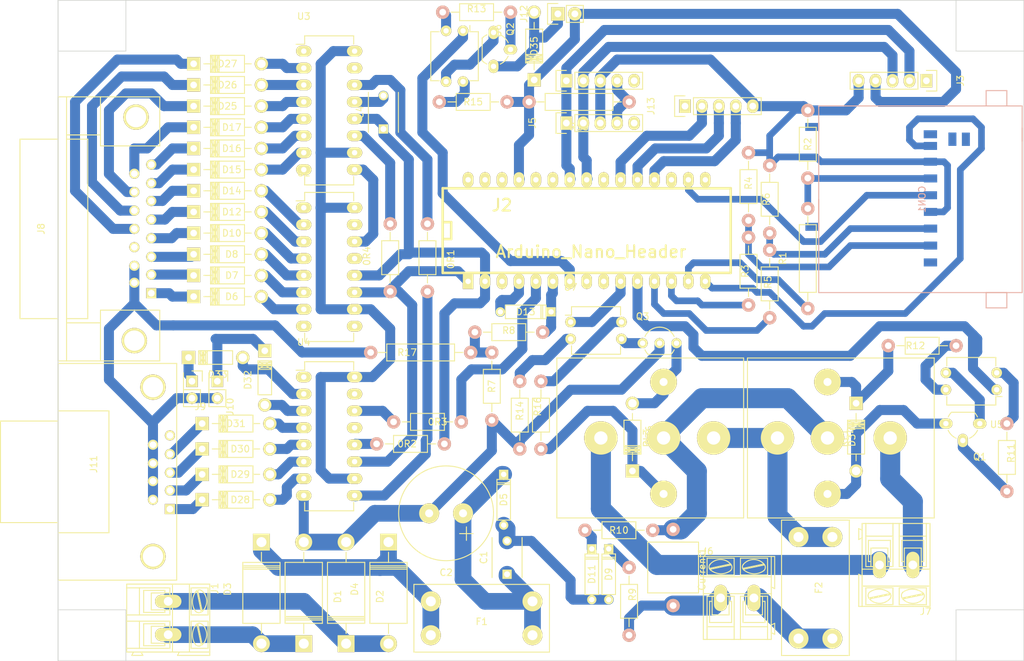
<source format=kicad_pcb>
(kicad_pcb (version 4) (host pcbnew "(2015-07-24 BZR 5989, Git 9b9c794)-product")
  (layers (0 F.Cu signal) (31 B.Cu signal) (34 B.Paste user) (35 F.Paste user) (36 B.SilkS user) (37 F.SilkS user) (38 B.Mask user) (39 F.Mask user) (44 Edge.Cuts user))
  (net 0 "")
  (net 1 GND)
  (net 2 "Net-(CON1-Pad1)")
  (net 3 "Net-(CON1-Pad2)")
  (net 4 +3V3)
  (net 5 "Net-(CON1-Pad5)")
  (net 6 "Net-(CON1-Pad7)")
  (net 7 "Net-(CON1-Pad8)")
  (net 8 "Net-(CON1-Pad9)")
  (net 9 "Net-(CON1-Pad10)")
  (net 10 "Net-(CON1-Pad11)")
  (net 11 "Net-(CON1-Pad12)")
  (net 12 "Net-(CON1-Pad13)")
  (net 13 "Net-(D1-Pad1)")
  (net 14 "Net-(D2-Pad1)")
  (net 15 "Net-(D3-Pad1)")
  (net 16 "Net-(D6-Pad2)")
  (net 17 "Net-(D6-Pad1)")
  (net 18 "Net-(D7-Pad2)")
  (net 19 "Net-(D7-Pad1)")
  (net 20 "Net-(D8-Pad1)")
  (net 21 "Net-(D9-Pad1)")
  (net 22 "Net-(D10-Pad1)")
  (net 23 "Net-(D11-Pad1)")
  (net 24 "Net-(D12-Pad1)")
  (net 25 "Net-(D13-Pad1)")
  (net 26 "Net-(D14-Pad1)")
  (net 27 "Net-(D15-Pad1)")
  (net 28 "Net-(D17-Pad2)")
  (net 29 "Net-(F2-Pad1)")
  (net 30 "Net-(F2-Pad2)")
  (net 31 "Net-(J2-Pad3)")
  (net 32 "Net-(J2-Pad10)")
  (net 33 "Net-(J2-Pad11)")
  (net 34 "Net-(J2-Pad12)")
  (net 35 "Net-(J2-Pad13)")
  (net 36 "Net-(J2-Pad14)")
  (net 37 "Net-(J2-Pad18)")
  (net 38 "Net-(J2-Pad23)")
  (net 39 "Net-(J2-Pad24)")
  (net 40 "Net-(J2-Pad28)")
  (net 41 +12V)
  (net 42 "Net-(J3-Pad1)")
  (net 43 "Net-(J7-Pad1)")
  (net 44 "Net-(J7-Pad2)")
  (net 45 "Net-(Q1-Pad1)")
  (net 46 "Net-(Q2-Pad1)")
  (net 47 "Net-(Current1-Pad2)")
  (net 48 "Net-(J11-Pad5)")
  (net 49 "Net-(D8-Pad2)")
  (net 50 "Net-(D10-Pad2)")
  (net 51 "Net-(D12-Pad2)")
  (net 52 "Net-(D14-Pad2)")
  (net 53 "Net-(D15-Pad2)")
  (net 54 "Net-(D16-Pad2)")
  (net 55 "Net-(D16-Pad1)")
  (net 56 "Net-(D17-Pad1)")
  (net 57 "Net-(D25-Pad2)")
  (net 58 "Net-(D25-Pad1)")
  (net 59 "Net-(D26-Pad2)")
  (net 60 "Net-(D26-Pad1)")
  (net 61 "Net-(D27-Pad2)")
  (net 62 "Net-(D27-Pad1)")
  (net 63 "Net-(D28-Pad2)")
  (net 64 "Net-(D28-Pad1)")
  (net 65 "Net-(D29-Pad2)")
  (net 66 "Net-(D29-Pad1)")
  (net 67 "Net-(D30-Pad2)")
  (net 68 "Net-(D30-Pad1)")
  (net 69 "Net-(D31-Pad2)")
  (net 70 "Net-(D31-Pad1)")
  (net 71 "Net-(D32-Pad2)")
  (net 72 "Net-(D32-Pad1)")
  (net 73 "Net-(D33-Pad2)")
  (net 74 "Net-(D33-Pad1)")
  (net 75 "Net-(D34-Pad2)")
  (net 76 VCC)
  (net 77 "Net-(D35-Pad2)")
  (net 78 "Net-(D36-Pad2)")
  (net 79 "Net-(J10-Pad2)")
  (net 80 "Net-(J2-Pad8)")
  (net 81 "Net-(J2-Pad9)")
  (net 82 "Net-(Q3-Pad1)")
  (net 83 "Net-(R11-Pad1)")
  (net 84 "Net-(R12-Pad2)")
  (net 85 "Net-(R13-Pad1)")
  (net 86 "Net-(R14-Pad1)")
  (net 87 "Net-(R15-Pad2)")
  (net 88 "Net-(R16-Pad2)")
  (net 89 "Net-(U2-Pad1)")
  (net 90 "Net-(U2-Pad9)")
  (net 91 "Net-(U2-Pad15)")
  (net 92 "Net-(U3-Pad1)")
  (net 93 "Net-(U3-Pad15)")
  (net 94 "Net-(U4-Pad1)")
  (net 95 "Net-(U4-Pad15)")
  (net 96 "Net-(J8-Pad11)")
  (net 97 "Net-(Current1-Pad1)")
  (net 98 "Net-(U2-Pad14)")
  (net 99 "Net-(0R1-Pad1)")
  (net 100 "Net-(0R1-Pad2)")
  (net 101 "Net-(0R2-Pad1)")
  (net 102 "Net-(0R2-Pad2)")
  (net 103 "Net-(0R3-Pad1)")
  (net 104 "Net-(0R3-Pad2)")
  (net 105 "Net-(0R4-Pad1)")
  (net 106 "Net-(0R4-Pad2)")
  (net 107 "Net-(J2-Pad7)")
  (net 108 "Net-(R17-Pad1)")
  (net 109 "Net-(J4-Pad4)")
  (net 110 "Net-(J2-Pad16)")
  (net 111 "Net-(J13-Pad4)")
  (net 112 "Net-(J13-Pad3)")
  (net 113 "Net-(J13-Pad2)")
  (net 114 "Net-(J2-Pad22)")
  (module Capacitors_ThroughHole:C_Disc_D6_P5 (layer F.Cu) (at 118.11 134.366 90)
    (fp_text reference C1 (at 2.5 -3.5 90) (layer F.SilkS))
    (fp_text value "0.1 uF")
    (pad 1 thru_hole rect (at 0 0 90) (size 1.4 1.4) (drill 0.9) (layers *.Cu *.Mask F.SilkS) (net 41 +12V))
    (pad 2 thru_hole circle (at 5 0 90) (size 1.4 1.4) (drill 0.9) (layers *.Cu *.Mask F.SilkS) (net 1 GND))
  )
  (module Capacitors_Elko_ThroughHole:Elko_vert_25x14mm_RM5_CopperClear (layer F.Cu) (at 111.506 125.222 180)
    (fp_text reference C2 (at 2.54 -8.89 180) (layer F.SilkS))
    (fp_text value "2200uF 25V")
    (pad 2 thru_hole circle (at 5.08 0 180) (size 2.99974 2.99974) (drill 1.19888) (layers *.Cu *.Mask F.SilkS) (net 1 GND))
    (pad 1 thru_hole circle (at 0 0 180) (size 2.99974 2.99974) (drill 1.19888) (layers *.Cu *.Mask F.SilkS) (net 41 +12V))
  )
  (module Diodes_ThroughHole:Diode_DO-201AD_Horizontal_RM15 (layer F.Cu) (at 87.63 144.78 90)
    (fp_text reference D1 (at 7.06722 5.07704 90) (layer F.SilkS))
    (fp_text value "100V 2A")
    (pad 2 thru_hole circle (at 15.24122 -0.00296 270) (size 2.54 2.54) (drill 1.50114) (layers *.Cu *.Mask F.SilkS) (net 1 GND))
    (pad 1 thru_hole rect (at 0.00122 -0.00296 270) (size 2.54 2.54) (drill 1.50114) (layers *.Cu *.Mask F.SilkS) (net 13 "Net-(D1-Pad1)"))
  )
  (module Diodes_ThroughHole:Diode_DO-201AD_Horizontal_RM15 (layer F.Cu) (at 93.98 144.78 90)
    (fp_text reference D2 (at 7.06722 5.07704 90) (layer F.SilkS))
    (fp_text value "100V 2A")
    (pad 2 thru_hole circle (at 15.24122 -0.00296 270) (size 2.54 2.54) (drill 1.50114) (layers *.Cu *.Mask F.SilkS) (net 1 GND))
    (pad 1 thru_hole rect (at 0.00122 -0.00296 270) (size 2.54 2.54) (drill 1.50114) (layers *.Cu *.Mask F.SilkS) (net 14 "Net-(D2-Pad1)"))
  )
  (module Diodes_ThroughHole:Diode_DO-201AD_Horizontal_RM15 (layer F.Cu) (at 81.28 129.54 270)
    (fp_text reference D3 (at 7.06722 5.07704 270) (layer F.SilkS))
    (fp_text value "100V 2A")
    (pad 2 thru_hole circle (at 15.24122 -0.00296 90) (size 2.54 2.54) (drill 1.50114) (layers *.Cu *.Mask F.SilkS) (net 13 "Net-(D1-Pad1)"))
    (pad 1 thru_hole rect (at 0.00122 -0.00296 90) (size 2.54 2.54) (drill 1.50114) (layers *.Cu *.Mask F.SilkS) (net 15 "Net-(D3-Pad1)"))
  )
  (module Diodes_ThroughHole:Diode_DO-201AD_Horizontal_RM15 (layer F.Cu) (at 100.33 129.54 270)
    (fp_text reference D4 (at 7.06722 5.07704 270) (layer F.SilkS))
    (fp_text value "100V 2A")
    (pad 2 thru_hole circle (at 15.24122 -0.00296 90) (size 2.54 2.54) (drill 1.50114) (layers *.Cu *.Mask F.SilkS) (net 14 "Net-(D2-Pad1)"))
    (pad 1 thru_hole rect (at 0.00122 -0.00296 90) (size 2.54 2.54) (drill 1.50114) (layers *.Cu *.Mask F.SilkS) (net 15 "Net-(D3-Pad1)"))
  )
  (module Discret:D3 (layer F.Cu) (at 117.602 123.19 90)
    (fp_text reference D5 (at 0 0 90) (layer F.SilkS))
    (fp_text value "15V 1.3W")
    (pad 1 thru_hole rect (at 3.81 0 90) (size 1.397 1.397) (drill 0.8128) (layers *.Cu *.Mask F.SilkS) (net 41 +12V))
    (pad 2 thru_hole circle (at -3.81 0 90) (size 1.397 1.397) (drill 0.8128) (layers *.Cu *.Mask F.SilkS) (net 1 GND))
  )
  (module Diodes_ThroughHole:Diode_DO-41_SOD81_Horizontal_RM10 (layer F.Cu) (at 71.12 92.71)
    (fp_text reference D6 (at 5.715 0) (layer F.SilkS))
    (fp_text value D_Schottky)
    (pad 2 thru_hole circle (at 10.16 -0.00254 180) (size 1.99898 1.99898) (drill 1.27) (layers *.Cu *.Mask F.SilkS) (net 16 "Net-(D6-Pad2)"))
    (pad 1 thru_hole rect (at 0 -0.00254 180) (size 1.99898 1.99898) (drill 1.00076) (layers *.Cu *.Mask F.SilkS) (net 17 "Net-(D6-Pad1)"))
  )
  (module Diodes_ThroughHole:Diode_DO-41_SOD81_Horizontal_RM10 (layer F.Cu) (at 71.12 89.535)
    (fp_text reference D7 (at 5.715 0) (layer F.SilkS))
    (fp_text value D_Schottky)
    (pad 2 thru_hole circle (at 10.16 -0.00254 180) (size 1.99898 1.99898) (drill 1.27) (layers *.Cu *.Mask F.SilkS) (net 18 "Net-(D7-Pad2)"))
    (pad 1 thru_hole rect (at 0 -0.00254 180) (size 1.99898 1.99898) (drill 1.00076) (layers *.Cu *.Mask F.SilkS) (net 19 "Net-(D7-Pad1)"))
  )
  (module Diodes_ThroughHole:Diode_DO-41_SOD81_Horizontal_RM10 (layer F.Cu) (at 71.12 86.36)
    (fp_text reference D8 (at 5.715 0) (layer F.SilkS))
    (fp_text value D_Schottky)
    (pad 2 thru_hole circle (at 10.16 -0.00254 180) (size 1.99898 1.99898) (drill 1.27) (layers *.Cu *.Mask F.SilkS) (net 49 "Net-(D8-Pad2)"))
    (pad 1 thru_hole rect (at 0 -0.00254 180) (size 1.99898 1.99898) (drill 1.00076) (layers *.Cu *.Mask F.SilkS) (net 20 "Net-(D8-Pad1)"))
  )
  (module Discret:D3 (layer F.Cu) (at 133.35 134.366 90)
    (fp_text reference D9 (at 0 0 90) (layer F.SilkS))
    (fp_text value "5.1V 1.3W")
    (pad 1 thru_hole rect (at 3.81 0 90) (size 1.397 1.397) (drill 0.8128) (layers *.Cu *.Mask F.SilkS) (net 21 "Net-(D9-Pad1)"))
    (pad 2 thru_hole circle (at -3.81 0 90) (size 1.397 1.397) (drill 0.8128) (layers *.Cu *.Mask F.SilkS) (net 1 GND))
  )
  (module Diodes_ThroughHole:Diode_DO-41_SOD81_Horizontal_RM10 (layer F.Cu) (at 71.12 83.185)
    (fp_text reference D10 (at 5.715 0) (layer F.SilkS))
    (fp_text value D_Schottky)
    (pad 2 thru_hole circle (at 10.16 -0.00254 180) (size 1.99898 1.99898) (drill 1.27) (layers *.Cu *.Mask F.SilkS) (net 50 "Net-(D10-Pad2)"))
    (pad 1 thru_hole rect (at 0 -0.00254 180) (size 1.99898 1.99898) (drill 1.00076) (layers *.Cu *.Mask F.SilkS) (net 22 "Net-(D10-Pad1)"))
  )
  (module Discret:D3 (layer F.Cu) (at 130.81 134.366 90)
    (fp_text reference D11 (at 0 0 90) (layer F.SilkS))
    (fp_text value "5.1V 1.3W")
    (pad 1 thru_hole rect (at 3.81 0 90) (size 1.397 1.397) (drill 0.8128) (layers *.Cu *.Mask F.SilkS) (net 23 "Net-(D11-Pad1)"))
    (pad 2 thru_hole circle (at -3.81 0 90) (size 1.397 1.397) (drill 0.8128) (layers *.Cu *.Mask F.SilkS) (net 1 GND))
  )
  (module Diodes_ThroughHole:Diode_DO-41_SOD81_Horizontal_RM10 (layer F.Cu) (at 71.12 80.01)
    (fp_text reference D12 (at 5.715 0) (layer F.SilkS))
    (fp_text value D_Schottky)
    (pad 2 thru_hole circle (at 10.16 -0.00254 180) (size 1.99898 1.99898) (drill 1.27) (layers *.Cu *.Mask F.SilkS) (net 51 "Net-(D12-Pad2)"))
    (pad 1 thru_hole rect (at 0 -0.00254 180) (size 1.99898 1.99898) (drill 1.00076) (layers *.Cu *.Mask F.SilkS) (net 24 "Net-(D12-Pad1)"))
  )
  (module Discret:D3 (layer F.Cu) (at 120.904 94.996)
    (fp_text reference D13 (at 0 0) (layer F.SilkS))
    (fp_text value "5.1V 1.3W")
    (pad 1 thru_hole rect (at 3.81 0) (size 1.397 1.397) (drill 0.8128) (layers *.Cu *.Mask F.SilkS) (net 25 "Net-(D13-Pad1)"))
    (pad 2 thru_hole circle (at -3.81 0) (size 1.397 1.397) (drill 0.8128) (layers *.Cu *.Mask F.SilkS) (net 1 GND))
  )
  (module Diodes_ThroughHole:Diode_DO-41_SOD81_Horizontal_RM10 (layer F.Cu) (at 71.12 76.835)
    (fp_text reference D14 (at 5.715 0) (layer F.SilkS))
    (fp_text value D_Schottky)
    (pad 2 thru_hole circle (at 10.16 -0.00254 180) (size 1.99898 1.99898) (drill 1.27) (layers *.Cu *.Mask F.SilkS) (net 52 "Net-(D14-Pad2)"))
    (pad 1 thru_hole rect (at 0 -0.00254 180) (size 1.99898 1.99898) (drill 1.00076) (layers *.Cu *.Mask F.SilkS) (net 26 "Net-(D14-Pad1)"))
  )
  (module Diodes_ThroughHole:Diode_DO-41_SOD81_Horizontal_RM10 (layer F.Cu) (at 71.12 73.66)
    (fp_text reference D15 (at 5.715 0) (layer F.SilkS))
    (fp_text value D_Schottky)
    (pad 2 thru_hole circle (at 10.16 -0.00254 180) (size 1.99898 1.99898) (drill 1.27) (layers *.Cu *.Mask F.SilkS) (net 53 "Net-(D15-Pad2)"))
    (pad 1 thru_hole rect (at 0 -0.00254 180) (size 1.99898 1.99898) (drill 1.00076) (layers *.Cu *.Mask F.SilkS) (net 27 "Net-(D15-Pad1)"))
  )
  (module Diodes_ThroughHole:Diode_DO-41_SOD81_Horizontal_RM10 (layer F.Cu) (at 71.12 70.485)
    (fp_text reference D16 (at 5.715 0) (layer F.SilkS))
    (fp_text value D_Schottky)
    (pad 2 thru_hole circle (at 10.16 -0.00254 180) (size 1.99898 1.99898) (drill 1.27) (layers *.Cu *.Mask F.SilkS) (net 54 "Net-(D16-Pad2)"))
    (pad 1 thru_hole rect (at 0 -0.00254 180) (size 1.99898 1.99898) (drill 1.00076) (layers *.Cu *.Mask F.SilkS) (net 55 "Net-(D16-Pad1)"))
  )
  (module Diodes_ThroughHole:Diode_DO-41_SOD81_Horizontal_RM10 (layer F.Cu) (at 71.12 67.31)
    (fp_text reference D17 (at 5.715 0) (layer F.SilkS))
    (fp_text value D_Schottky)
    (pad 2 thru_hole circle (at 10.16 -0.00254 180) (size 1.99898 1.99898) (drill 1.27) (layers *.Cu *.Mask F.SilkS) (net 28 "Net-(D17-Pad2)"))
    (pad 1 thru_hole rect (at 0 -0.00254 180) (size 1.99898 1.99898) (drill 1.00076) (layers *.Cu *.Mask F.SilkS) (net 56 "Net-(D17-Pad1)"))
  )
  (module Diodes_ThroughHole:Diode_DO-41_SOD81_Horizontal_RM10 (layer F.Cu) (at 71.12 64.135)
    (fp_text reference D25 (at 5.08 0) (layer F.SilkS))
    (fp_text value D_Schottky)
    (pad 2 thru_hole circle (at 10.16 -0.00254 180) (size 1.99898 1.99898) (drill 1.27) (layers *.Cu *.Mask F.SilkS) (net 57 "Net-(D25-Pad2)"))
    (pad 1 thru_hole rect (at 0 -0.00254 180) (size 1.99898 1.99898) (drill 1.00076) (layers *.Cu *.Mask F.SilkS) (net 58 "Net-(D25-Pad1)"))
  )
  (module Diodes_ThroughHole:Diode_DO-41_SOD81_Horizontal_RM10 (layer F.Cu) (at 71.12 60.96)
    (fp_text reference D26 (at 5.08 0) (layer F.SilkS))
    (fp_text value D_Schottky)
    (pad 2 thru_hole circle (at 10.16 -0.00254 180) (size 1.99898 1.99898) (drill 1.27) (layers *.Cu *.Mask F.SilkS) (net 59 "Net-(D26-Pad2)"))
    (pad 1 thru_hole rect (at 0 -0.00254 180) (size 1.99898 1.99898) (drill 1.00076) (layers *.Cu *.Mask F.SilkS) (net 60 "Net-(D26-Pad1)"))
  )
  (module Diodes_ThroughHole:Diode_DO-41_SOD81_Horizontal_RM10 (layer F.Cu) (at 71.12 57.785)
    (fp_text reference D27 (at 5.08 0) (layer F.SilkS))
    (fp_text value D_Schottky)
    (pad 2 thru_hole circle (at 10.16 -0.00254 180) (size 1.99898 1.99898) (drill 1.27) (layers *.Cu *.Mask F.SilkS) (net 61 "Net-(D27-Pad2)"))
    (pad 1 thru_hole rect (at 0 -0.00254 180) (size 1.99898 1.99898) (drill 1.00076) (layers *.Cu *.Mask F.SilkS) (net 62 "Net-(D27-Pad1)"))
  )
  (module Diodes_ThroughHole:Diode_DO-41_SOD81_Horizontal_RM10 (layer F.Cu) (at 72.39 123.19)
    (fp_text reference D28 (at 5.715 0) (layer F.SilkS))
    (fp_text value D_Schottky)
    (pad 2 thru_hole circle (at 10.16 -0.00254 180) (size 1.99898 1.99898) (drill 1.27) (layers *.Cu *.Mask F.SilkS) (net 63 "Net-(D28-Pad2)"))
    (pad 1 thru_hole rect (at 0 -0.00254 180) (size 1.99898 1.99898) (drill 1.00076) (layers *.Cu *.Mask F.SilkS) (net 64 "Net-(D28-Pad1)"))
  )
  (module Diodes_ThroughHole:Diode_DO-41_SOD81_Horizontal_RM10 (layer F.Cu) (at 72.39 119.38)
    (fp_text reference D29 (at 5.715 0) (layer F.SilkS))
    (fp_text value D_Schottky)
    (pad 2 thru_hole circle (at 10.16 -0.00254 180) (size 1.99898 1.99898) (drill 1.27) (layers *.Cu *.Mask F.SilkS) (net 65 "Net-(D29-Pad2)"))
    (pad 1 thru_hole rect (at 0 -0.00254 180) (size 1.99898 1.99898) (drill 1.00076) (layers *.Cu *.Mask F.SilkS) (net 66 "Net-(D29-Pad1)"))
  )
  (module Diodes_ThroughHole:Diode_DO-41_SOD81_Horizontal_RM10 (layer F.Cu) (at 72.39 115.57)
    (fp_text reference D30 (at 5.715 0) (layer F.SilkS))
    (fp_text value D_Schottky)
    (pad 2 thru_hole circle (at 10.16 -0.00254 180) (size 1.99898 1.99898) (drill 1.27) (layers *.Cu *.Mask F.SilkS) (net 67 "Net-(D30-Pad2)"))
    (pad 1 thru_hole rect (at 0 -0.00254 180) (size 1.99898 1.99898) (drill 1.00076) (layers *.Cu *.Mask F.SilkS) (net 68 "Net-(D30-Pad1)"))
  )
  (module Diodes_ThroughHole:Diode_DO-41_SOD81_Horizontal_RM10 (layer F.Cu) (at 72.39 111.76)
    (fp_text reference D31 (at 5.08 0) (layer F.SilkS))
    (fp_text value D_Schottky)
    (pad 2 thru_hole circle (at 10.16 -0.00254 180) (size 1.99898 1.99898) (drill 1.27) (layers *.Cu *.Mask F.SilkS) (net 69 "Net-(D31-Pad2)"))
    (pad 1 thru_hole rect (at 0 -0.00254 180) (size 1.99898 1.99898) (drill 1.00076) (layers *.Cu *.Mask F.SilkS) (net 70 "Net-(D31-Pad1)"))
  )
  (module Diodes_ThroughHole:Diode_DO-41_SOD81_Horizontal_RM10 (layer F.Cu) (at 170.434 108.712 270)
    (fp_text reference D34 (at 5.08 0.635 270) (layer F.SilkS))
    (fp_text value D_Schottky)
    (pad 2 thru_hole circle (at 10.16 -0.00254 90) (size 1.99898 1.99898) (drill 1.27) (layers *.Cu *.Mask F.SilkS) (net 75 "Net-(D34-Pad2)"))
    (pad 1 thru_hole rect (at 0 -0.00254 90) (size 1.99898 1.99898) (drill 1.00076) (layers *.Cu *.Mask F.SilkS) (net 76 VCC))
  )
  (module Diodes_ThroughHole:Diode_DO-41_SOD81_Horizontal_RM10 (layer F.Cu) (at 122.174 60.198 90)
    (fp_text reference D35 (at 5.08 0 90) (layer F.SilkS))
    (fp_text value D_Schottky)
    (pad 2 thru_hole circle (at 10.16 -0.00254 270) (size 1.99898 1.99898) (drill 1.27) (layers *.Cu *.Mask F.SilkS) (net 77 "Net-(D35-Pad2)"))
    (pad 1 thru_hole rect (at 0 -0.00254 270) (size 1.99898 1.99898) (drill 1.00076) (layers *.Cu *.Mask F.SilkS) (net 76 VCC))
  )
  (module Diodes_ThroughHole:Diode_DO-41_SOD81_Horizontal_RM10 (layer F.Cu) (at 136.906 118.872 90)
    (fp_text reference D36 (at 5.38734 2.53746 90) (layer F.SilkS))
    (fp_text value D_Schottky)
    (pad 2 thru_hole circle (at 10.16 -0.00254 270) (size 1.99898 1.99898) (drill 1.27) (layers *.Cu *.Mask F.SilkS) (net 78 "Net-(D36-Pad2)"))
    (pad 1 thru_hole rect (at 0 -0.00254 270) (size 1.99898 1.99898) (drill 1.00076) (layers *.Cu *.Mask F.SilkS) (net 76 VCC))
  )
  (module fuse:fuse_05A_slot (layer F.Cu) (at 114.3 140.97)
    (fp_text reference F1 (at 0 0.5) (layer F.SilkS))
    (fp_text value 0.5A)
    (pad 1 thru_hole circle (at -7.62 -2.54) (size 3 3) (drill 1.5) (layers *.Cu *.Mask F.SilkS) (net 15 "Net-(D3-Pad1)"))
    (pad 2 thru_hole circle (at 7.62 -2.54) (size 3 3) (drill 1.5) (layers *.Cu *.Mask F.SilkS) (net 41 +12V))
    (pad 2 thru_hole circle (at 7.62 2.54) (size 3 3) (drill 1.5) (layers *.Cu *.Mask F.SilkS) (net 41 +12V))
    (pad 1 thru_hole circle (at -7.62 2.54) (size 3 3) (drill 1.5) (layers *.Cu *.Mask F.SilkS) (net 15 "Net-(D3-Pad1)"))
  )
  (module fuse:fuse_05A_slot (layer F.Cu) (at 164.338 136.398 90)
    (fp_text reference F2 (at 0 0.5 90) (layer F.SilkS))
    (fp_text value 11A)
    (pad 1 thru_hole circle (at -7.62 -2.54 90) (size 3 3) (drill 1.5) (layers *.Cu *.Mask F.SilkS) (net 29 "Net-(F2-Pad1)"))
    (pad 2 thru_hole circle (at 7.62 -2.54 90) (size 3 3) (drill 1.5) (layers *.Cu *.Mask F.SilkS) (net 30 "Net-(F2-Pad2)"))
    (pad 2 thru_hole circle (at 7.62 2.54 90) (size 3 3) (drill 1.5) (layers *.Cu *.Mask F.SilkS) (net 30 "Net-(F2-Pad2)"))
    (pad 1 thru_hole circle (at -7.62 2.54 90) (size 3 3) (drill 1.5) (layers *.Cu *.Mask F.SilkS) (net 29 "Net-(F2-Pad1)"))
  )
  (module Connect:AK300-2 (layer F.Cu) (at 67.31 138.43 270)
    (fp_text reference J1 (at -1.92 -6.985 270) (layer F.SilkS))
    (fp_text value POWER_12V)
    (pad 1 thru_hole oval (at 0 0 270) (size 1.9812 3.9624) (drill 1.3208) (layers *.Cu F.Paste F.SilkS F.Mask) (net 14 "Net-(D2-Pad1)"))
    (pad 2 thru_hole oval (at 5 0 270) (size 1.9812 3.9624) (drill 1.3208) (layers *.Cu F.Paste F.SilkS F.Mask) (net 13 "Net-(D1-Pad1)"))
  )
  (module arduino:arduino_mini (layer F.Cu) (at 131.318 82.804)
    (fp_text reference J2 (at -13.97 -3.81) (layer F.SilkS) (effects (font (size 1.778 1.778) (thickness 0.3048))))
    (fp_text value Arduino_Nano_Header (at -0.635 3.175) (layer F.SilkS) (effects (font (size 1.778 1.778) (thickness 0.3048))))
    (pad 1 thru_hole rect (at -19.05 7.62) (size 1.5748 2.286) (drill 0.8128) (layers *.Cu *.Mask F.SilkS) (net 105 "Net-(0R4-Pad1)"))
    (pad 2 thru_hole oval (at -16.51 7.62) (size 1.5748 2.286) (drill 0.8128) (layers *.Cu *.Mask F.SilkS) (net 102 "Net-(0R2-Pad2)"))
    (pad 3 thru_hole oval (at -13.97 7.62) (size 1.5748 2.286) (drill 0.8128) (layers *.Cu *.Mask F.SilkS) (net 31 "Net-(J2-Pad3)"))
    (pad 4 thru_hole oval (at -11.43 7.62) (size 1.5748 2.286) (drill 0.8128) (layers *.Cu *.Mask F.SilkS) (net 1 GND))
    (pad 5 thru_hole oval (at -8.89 7.62) (size 1.5748 2.286) (drill 0.8128) (layers *.Cu *.Mask F.SilkS) (net 104 "Net-(0R3-Pad2)"))
    (pad 6 thru_hole oval (at -6.35 7.62) (size 1.5748 2.286) (drill 0.8128) (layers *.Cu *.Mask F.SilkS) (net 25 "Net-(D13-Pad1)"))
    (pad 7 thru_hole oval (at -3.81 7.62) (size 1.5748 2.286) (drill 0.8128) (layers *.Cu *.Mask F.SilkS) (net 107 "Net-(J2-Pad7)"))
    (pad 8 thru_hole oval (at -1.27 7.62) (size 1.5748 2.286) (drill 0.8128) (layers *.Cu *.Mask F.SilkS) (net 80 "Net-(J2-Pad8)"))
    (pad 9 thru_hole oval (at 1.27 7.62) (size 1.5748 2.286) (drill 0.8128) (layers *.Cu *.Mask F.SilkS) (net 81 "Net-(J2-Pad9)"))
    (pad 10 thru_hole oval (at 3.81 7.62) (size 1.5748 2.286) (drill 0.8128) (layers *.Cu *.Mask F.SilkS) (net 32 "Net-(J2-Pad10)"))
    (pad 11 thru_hole oval (at 6.35 7.62) (size 1.5748 2.286) (drill 0.8128) (layers *.Cu *.Mask F.SilkS) (net 33 "Net-(J2-Pad11)"))
    (pad 12 thru_hole oval (at 8.89 7.62) (size 1.5748 2.286) (drill 0.8128) (layers *.Cu *.Mask F.SilkS) (net 34 "Net-(J2-Pad12)"))
    (pad 13 thru_hole oval (at 11.43 7.62) (size 1.5748 2.286) (drill 0.8128) (layers *.Cu *.Mask F.SilkS) (net 35 "Net-(J2-Pad13)"))
    (pad 14 thru_hole oval (at 13.97 7.62) (size 1.5748 2.286) (drill 0.8128) (layers *.Cu *.Mask F.SilkS) (net 36 "Net-(J2-Pad14)"))
    (pad 15 thru_hole oval (at 16.51 7.62) (size 1.5748 2.286) (drill 0.8128) (layers *.Cu *.Mask F.SilkS) (net 6 "Net-(CON1-Pad7)"))
    (pad 16 thru_hole oval (at 16.51 -7.62) (size 1.5748 2.286) (drill 0.8128) (layers *.Cu *.Mask F.SilkS) (net 110 "Net-(J2-Pad16)"))
    (pad 17 thru_hole oval (at 13.97 -7.62) (size 1.5748 2.286) (drill 0.8128) (layers *.Cu *.Mask F.SilkS) (net 4 +3V3))
    (pad 18 thru_hole oval (at 11.43 -7.62) (size 1.5748 2.286) (drill 0.8128) (layers *.Cu *.Mask F.SilkS) (net 37 "Net-(J2-Pad18)"))
    (pad 19 thru_hole oval (at 8.89 -7.62) (size 1.5748 2.286) (drill 0.8128) (layers *.Cu *.Mask F.SilkS) (net 111 "Net-(J13-Pad4)"))
    (pad 20 thru_hole oval (at 6.35 -7.62) (size 1.5748 2.286) (drill 0.8128) (layers *.Cu *.Mask F.SilkS) (net 112 "Net-(J13-Pad3)"))
    (pad 21 thru_hole oval (at 3.81 -7.62) (size 1.5748 2.286) (drill 0.8128) (layers *.Cu *.Mask F.SilkS) (net 113 "Net-(J13-Pad2)"))
    (pad 22 thru_hole oval (at 1.27 -7.62) (size 1.5748 2.286) (drill 0.8128) (layers *.Cu *.Mask F.SilkS) (net 114 "Net-(J2-Pad22)"))
    (pad 23 thru_hole oval (at -1.27 -7.62) (size 1.5748 2.286) (drill 0.8128) (layers *.Cu *.Mask F.SilkS) (net 38 "Net-(J2-Pad23)"))
    (pad 24 thru_hole oval (at -3.81 -7.62) (size 1.5748 2.286) (drill 0.8128) (layers *.Cu *.Mask F.SilkS) (net 39 "Net-(J2-Pad24)"))
    (pad 25 thru_hole oval (at -6.35 -7.62) (size 1.5748 2.286) (drill 0.8128) (layers *.Cu *.Mask F.SilkS) (net 23 "Net-(D11-Pad1)"))
    (pad 26 thru_hole oval (at -8.89 -7.62) (size 1.5748 2.286) (drill 0.8128) (layers *.Cu *.Mask F.SilkS) (net 21 "Net-(D9-Pad1)"))
    (pad 27 thru_hole oval (at -11.43 -7.62) (size 1.5748 2.286) (drill 0.8128) (layers *.Cu *.Mask F.SilkS) (net 76 VCC))
    (pad 28 thru_hole oval (at -13.97 -7.62) (size 1.5748 2.286) (drill 0.8128) (layers *.Cu *.Mask F.SilkS) (net 40 "Net-(J2-Pad28)"))
    (pad 29 thru_hole oval (at -16.51 -7.62) (size 1.5748 2.286) (drill 0.8128) (layers *.Cu *.Mask F.SilkS) (net 1 GND))
    (pad 30 thru_hole oval (at -19.05 -7.62) (size 1.5748 2.286) (drill 0.8128) (layers *.Cu *.Mask F.SilkS) (net 41 +12V))
  )
  (module Pin_Headers:Pin_Header_Straight_1x05 (layer F.Cu) (at 180.975 60.325 270)
    (fp_text reference J3 (at 0 -5.1 270) (layer F.SilkS))
    (fp_text value REAL_TIME_CLOCK)
    (pad 1 thru_hole rect (at 0 0 270) (size 2.032 1.7272) (drill 1.016) (layers *.Cu *.Mask F.SilkS) (net 42 "Net-(J3-Pad1)"))
    (pad 2 thru_hole oval (at 0 2.54 270) (size 2.032 1.7272) (drill 1.016) (layers *.Cu *.Mask F.SilkS) (net 39 "Net-(J2-Pad24)"))
    (pad 3 thru_hole oval (at 0 5.08 270) (size 2.032 1.7272) (drill 1.016) (layers *.Cu *.Mask F.SilkS) (net 38 "Net-(J2-Pad23)"))
    (pad 4 thru_hole oval (at 0 7.62 270) (size 2.032 1.7272) (drill 1.016) (layers *.Cu *.Mask F.SilkS) (net 76 VCC))
    (pad 5 thru_hole oval (at 0 10.16 270) (size 2.032 1.7272) (drill 1.016) (layers *.Cu *.Mask F.SilkS) (net 1 GND))
  )
  (module Connect:AK300-2 (layer F.Cu) (at 178.943 132.969 180)
    (fp_text reference J7 (at -1.92 -6.985 180) (layer F.SilkS))
    (fp_text value MOTOR)
    (pad 1 thru_hole oval (at 0 0 180) (size 1.9812 3.9624) (drill 1.3208) (layers *.Cu F.Paste F.SilkS F.Mask) (net 43 "Net-(J7-Pad1)"))
    (pad 2 thru_hole oval (at 5 0 180) (size 1.9812 3.9624) (drill 1.3208) (layers *.Cu F.Paste F.SilkS F.Mask) (net 44 "Net-(J7-Pad2)"))
  )
  (module Connect:DB15FC (layer F.Cu) (at 63.5 82.55 90)
    (fp_text reference J8 (at 0 -15.24 90) (layer F.SilkS))
    (fp_text value DB15)
    (pad "" thru_hole circle (at 16.764 -1.016 90) (size 3.81 3.81) (drill 3.048) (layers *.Cu *.Mask F.SilkS))
    (pad "" thru_hole circle (at -16.764 -1.27 90) (size 3.81 3.81) (drill 3.048) (layers *.Cu *.Mask F.SilkS))
    (pad 1 thru_hole rect (at -9.652 1.27 90) (size 1.524 1.524) (drill 1.016) (layers *.Cu *.Mask F.SilkS) (net 17 "Net-(D6-Pad1)"))
    (pad 2 thru_hole circle (at -6.858 1.27 90) (size 1.524 1.524) (drill 1.016) (layers *.Cu *.Mask F.SilkS) (net 19 "Net-(D7-Pad1)"))
    (pad 3 thru_hole circle (at -4.191 1.27 90) (size 1.524 1.524) (drill 1.016) (layers *.Cu *.Mask F.SilkS) (net 20 "Net-(D8-Pad1)"))
    (pad 4 thru_hole circle (at -1.397 1.27 90) (size 1.524 1.524) (drill 1.016) (layers *.Cu *.Mask F.SilkS) (net 22 "Net-(D10-Pad1)"))
    (pad 5 thru_hole circle (at 1.397 1.27 90) (size 1.524 1.524) (drill 1.016) (layers *.Cu *.Mask F.SilkS) (net 24 "Net-(D12-Pad1)"))
    (pad 6 thru_hole circle (at 4.191 1.27 90) (size 1.524 1.524) (drill 1.016) (layers *.Cu *.Mask F.SilkS) (net 26 "Net-(D14-Pad1)"))
    (pad 7 thru_hole circle (at 6.858 1.27 90) (size 1.524 1.524) (drill 1.016) (layers *.Cu *.Mask F.SilkS) (net 27 "Net-(D15-Pad1)"))
    (pad 8 thru_hole circle (at 9.652 1.27 90) (size 1.524 1.524) (drill 1.016) (layers *.Cu *.Mask F.SilkS) (net 55 "Net-(D16-Pad1)"))
    (pad 9 thru_hole circle (at -8.0772 -1.27 90) (size 1.524 1.524) (drill 1.016) (layers *.Cu *.Mask F.SilkS) (net 79 "Net-(J10-Pad2)"))
    (pad 10 thru_hole circle (at -5.5372 -1.27 90) (size 1.524 1.524) (drill 1.016) (layers *.Cu *.Mask F.SilkS) (net 79 "Net-(J10-Pad2)"))
    (pad 11 thru_hole circle (at -2.7432 -1.27 90) (size 1.524 1.524) (drill 1.016) (layers *.Cu *.Mask F.SilkS) (net 96 "Net-(J8-Pad11)"))
    (pad 12 thru_hole circle (at 0 -1.27 90) (size 1.524 1.524) (drill 1.016) (layers *.Cu *.Mask F.SilkS) (net 62 "Net-(D27-Pad1)"))
    (pad 13 thru_hole circle (at 2.7432 -1.27 90) (size 1.524 1.524) (drill 1.016) (layers *.Cu *.Mask F.SilkS) (net 60 "Net-(D26-Pad1)"))
    (pad 14 thru_hole circle (at 5.5372 -1.27 90) (size 1.524 1.524) (drill 1.016) (layers *.Cu *.Mask F.SilkS) (net 58 "Net-(D25-Pad1)"))
    (pad 15 thru_hole circle (at 8.2804 -1.27 90) (size 1.524 1.524) (drill 1.016) (layers *.Cu *.Mask F.SilkS) (net 56 "Net-(D17-Pad1)"))
  )
  (module Pin_Headers:Pin_Header_Straight_2x01 (layer F.Cu) (at 70.866 105.41 270)
    (fp_text reference J9 (at 3.81 -1.27 360) (layer F.SilkS))
    (fp_text value B_LEFT_T)
    (pad 1 thru_hole rect (at 0 0 270) (size 1.7272 1.7272) (drill 1.016) (layers *.Cu *.Mask F.SilkS) (net 74 "Net-(D33-Pad1)"))
    (pad 2 thru_hole oval (at 2.54 0 270) (size 1.7272 1.7272) (drill 1.016) (layers *.Cu *.Mask F.SilkS) (net 79 "Net-(J10-Pad2)"))
  )
  (module Pin_Headers:Pin_Header_Straight_2x01 (layer F.Cu) (at 74.676 105.41 270)
    (fp_text reference J10 (at 3.81 -1.905 270) (layer F.SilkS))
    (fp_text value B_RIGHT_T)
    (pad 1 thru_hole rect (at 0 0 270) (size 1.7272 1.7272) (drill 1.016) (layers *.Cu *.Mask F.SilkS) (net 72 "Net-(D32-Pad1)"))
    (pad 2 thru_hole oval (at 2.54 0 270) (size 1.7272 1.7272) (drill 1.016) (layers *.Cu *.Mask F.SilkS) (net 79 "Net-(J10-Pad2)"))
  )
  (module Pin_Headers:Pin_Header_Straight_1x02 (layer F.Cu) (at 125.73 50.292 90)
    (fp_text reference J12 (at 0 -5.1 90) (layer F.SilkS))
    (fp_text value RELAY_CONTROL)
    (pad 1 thru_hole rect (at 0 0 90) (size 2.032 2.032) (drill 1.016) (layers *.Cu *.Mask F.SilkS) (net 77 "Net-(D35-Pad2)"))
    (pad 2 thru_hole oval (at 0 2.54 90) (size 2.032 2.032) (drill 1.016) (layers *.Cu *.Mask F.SilkS) (net 76 VCC))
  )
  (module Housings_TO-92:TO-92_Molded_Wide_Oval (layer F.Cu) (at 188.976 111.76 180)
    (fp_text reference Q1 (at 0 -5 180) (layer F.SilkS))
    (fp_text value BC817-40)
    (pad 2 thru_hole oval (at 2.54 -2.54 270) (size 1.99898 1.50114) (drill 0.8) (layers *.Cu *.Mask F.SilkS) (net 1 GND))
    (pad 1 thru_hole oval (at 0 0 270) (size 1.50114 1.99898) (drill 0.8) (layers *.Cu *.Mask F.SilkS) (net 45 "Net-(Q1-Pad1)"))
    (pad 3 thru_hole oval (at 5.08 0 270) (size 1.50114 1.99898) (drill 0.8) (layers *.Cu *.Mask F.SilkS) (net 75 "Net-(D34-Pad2)"))
  )
  (module Housings_TO-92:TO-92_Molded_Wide_Oval (layer F.Cu) (at 116.078 53.086 270)
    (fp_text reference Q2 (at -0.508 -2.54 270) (layer F.SilkS))
    (fp_text value BC817-40)
    (pad 2 thru_hole oval (at 2.54 -2.54) (size 1.99898 1.50114) (drill 0.8) (layers *.Cu *.Mask F.SilkS) (net 1 GND))
    (pad 1 thru_hole oval (at 0 0) (size 1.50114 1.99898) (drill 0.8) (layers *.Cu *.Mask F.SilkS) (net 46 "Net-(Q2-Pad1)"))
    (pad 3 thru_hole oval (at 5.08 0) (size 1.50114 1.99898) (drill 0.8) (layers *.Cu *.Mask F.SilkS) (net 77 "Net-(D35-Pad2)"))
  )
  (module Resistors_ThroughHole:Resistor_Horizontal_RM10mm (layer F.Cu) (at 163.195 69.85 90)
    (fp_text reference R2 (at 0 0 90) (layer F.SilkS))
    (fp_text value 3.3k)
    (pad 1 thru_hole circle (at -5.08 0 90) (size 1.99898 1.99898) (drill 1.00076) (layers *.Cu *.SilkS *.Mask) (net 5 "Net-(CON1-Pad5)"))
    (pad 2 thru_hole circle (at 5.08 0 90) (size 1.99898 1.99898) (drill 1.00076) (layers *.Cu *.SilkS *.Mask) (net 1 GND))
  )
  (module Resistors_ThroughHole:Resistor_Horizontal_RM10mm (layer F.Cu) (at 154.305 88.9 90)
    (fp_text reference R3 (at 0 -0.508 90) (layer F.SilkS))
    (fp_text value 1.8k)
    (pad 1 thru_hole circle (at -5.08 0 90) (size 1.99898 1.99898) (drill 1.00076) (layers *.Cu *.SilkS *.Mask) (net 35 "Net-(J2-Pad13)"))
    (pad 2 thru_hole circle (at 5.08 0 90) (size 1.99898 1.99898) (drill 1.00076) (layers *.Cu *.SilkS *.Mask) (net 2 "Net-(CON1-Pad1)"))
  )
  (module Resistors_ThroughHole:Resistor_Horizontal_RM10mm (layer F.Cu) (at 154.305 76.2 90)
    (fp_text reference R4 (at 0.508 0 90) (layer F.SilkS))
    (fp_text value 3.3k)
    (pad 1 thru_hole circle (at -5.08 0 90) (size 1.99898 1.99898) (drill 1.00076) (layers *.Cu *.SilkS *.Mask) (net 2 "Net-(CON1-Pad1)"))
    (pad 2 thru_hole circle (at 5.08 0 90) (size 1.99898 1.99898) (drill 1.00076) (layers *.Cu *.SilkS *.Mask) (net 1 GND))
  )
  (module Resistors_ThroughHole:Resistor_Horizontal_RM10mm (layer F.Cu) (at 157.48 90.805 90)
    (fp_text reference R5 (at 0.254 -0.254 90) (layer F.SilkS))
    (fp_text value 1.8k)
    (pad 1 thru_hole circle (at -5.08 0 90) (size 1.99898 1.99898) (drill 1.00076) (layers *.Cu *.SilkS *.Mask) (net 34 "Net-(J2-Pad12)"))
    (pad 2 thru_hole circle (at 5.08 0 90) (size 1.99898 1.99898) (drill 1.00076) (layers *.Cu *.SilkS *.Mask) (net 3 "Net-(CON1-Pad2)"))
  )
  (module Resistors_ThroughHole:Resistor_Horizontal_RM10mm (layer F.Cu) (at 157.48 78.105 90)
    (fp_text reference R6 (at 0 -0.508 90) (layer F.SilkS))
    (fp_text value 3.3k)
    (pad 1 thru_hole circle (at -5.08 0 90) (size 1.99898 1.99898) (drill 1.00076) (layers *.Cu *.SilkS *.Mask) (net 3 "Net-(CON1-Pad2)"))
    (pad 2 thru_hole circle (at 5.08 0 90) (size 1.99898 1.99898) (drill 1.00076) (layers *.Cu *.SilkS *.Mask) (net 1 GND))
  )
  (module Resistors_ThroughHole:Resistor_Horizontal_RM10mm (layer F.Cu) (at 115.824 106.172 270)
    (fp_text reference R7 (at 0 0 270) (layer F.SilkS))
    (fp_text value 10k)
    (pad 1 thru_hole circle (at -5.08 0 270) (size 1.99898 1.99898) (drill 1.00076) (layers *.Cu *.SilkS *.Mask) (net 108 "Net-(R17-Pad1)"))
    (pad 2 thru_hole circle (at 5.08 0 270) (size 1.99898 1.99898) (drill 1.00076) (layers *.Cu *.SilkS *.Mask) (net 1 GND))
  )
  (module Resistors_ThroughHole:Resistor_Horizontal_RM10mm (layer F.Cu) (at 118.364 98.044)
    (fp_text reference R8 (at 0 -0.254) (layer F.SilkS))
    (fp_text value 1k)
    (pad 1 thru_hole circle (at -5.08 0) (size 1.99898 1.99898) (drill 1.00076) (layers *.Cu *.SilkS *.Mask) (net 108 "Net-(R17-Pad1)"))
    (pad 2 thru_hole circle (at 5.08 0) (size 1.99898 1.99898) (drill 1.00076) (layers *.Cu *.SilkS *.Mask) (net 25 "Net-(D13-Pad1)"))
  )
  (module Resistors_ThroughHole:Resistor_Horizontal_RM10mm (layer F.Cu) (at 136.398 138.43 270)
    (fp_text reference R9 (at -1.016 -0.508 270) (layer F.SilkS))
    (fp_text value 1k)
    (pad 1 thru_hole circle (at -5.08 0 270) (size 1.99898 1.99898) (drill 1.00076) (layers *.Cu *.SilkS *.Mask) (net 21 "Net-(D9-Pad1)"))
    (pad 2 thru_hole circle (at 5.08 0 270) (size 1.99898 1.99898) (drill 1.00076) (layers *.Cu *.SilkS *.Mask) (net 47 "Net-(Current1-Pad2)"))
  )
  (module Resistors_ThroughHole:Resistor_Horizontal_RM10mm (layer F.Cu) (at 134.874 127.762)
    (fp_text reference R10 (at 0 0) (layer F.SilkS))
    (fp_text value 1k)
    (pad 1 thru_hole circle (at -5.08 0) (size 1.99898 1.99898) (drill 1.00076) (layers *.Cu *.SilkS *.Mask) (net 23 "Net-(D11-Pad1)"))
    (pad 2 thru_hole circle (at 5.08 0) (size 1.99898 1.99898) (drill 1.00076) (layers *.Cu *.SilkS *.Mask) (net 97 "Net-(Current1-Pad1)"))
  )
  (module Resistors_ThroughHole:Resistor_Horizontal_RM10mm (layer F.Cu) (at 193.04 116.84 270)
    (fp_text reference R11 (at -0.635 -0.635 270) (layer F.SilkS))
    (fp_text value 1k)
    (pad 1 thru_hole circle (at -5.08 0 270) (size 1.99898 1.99898) (drill 1.00076) (layers *.Cu *.SilkS *.Mask) (net 83 "Net-(R11-Pad1)"))
    (pad 2 thru_hole circle (at 5.08 0 270) (size 1.99898 1.99898) (drill 1.00076) (layers *.Cu *.SilkS *.Mask) (net 1 GND))
  )
  (module Resistors_ThroughHole:Resistor_Horizontal_RM10mm (layer F.Cu) (at 180.34 100.076)
    (fp_text reference R12 (at -1.016 0) (layer F.SilkS))
    (fp_text value 1k)
    (pad 1 thru_hole circle (at -5.08 0) (size 1.99898 1.99898) (drill 1.00076) (layers *.Cu *.SilkS *.Mask) (net 76 VCC))
    (pad 2 thru_hole circle (at 5.08 0) (size 1.99898 1.99898) (drill 1.00076) (layers *.Cu *.SilkS *.Mask) (net 84 "Net-(R12-Pad2)"))
  )
  (module Resistors_ThroughHole:Resistor_Horizontal_RM10mm (layer F.Cu) (at 113.538 50.038)
    (fp_text reference R13 (at 0 -0.508) (layer F.SilkS))
    (fp_text value 1k)
    (pad 1 thru_hole circle (at -5.08 0) (size 1.99898 1.99898) (drill 1.00076) (layers *.Cu *.SilkS *.Mask) (net 85 "Net-(R13-Pad1)"))
    (pad 2 thru_hole circle (at 5.08 0) (size 1.99898 1.99898) (drill 1.00076) (layers *.Cu *.SilkS *.Mask) (net 1 GND))
  )
  (module Resistors_ThroughHole:Resistor_Horizontal_RM10mm (layer F.Cu) (at 120.015 110.49 270)
    (fp_text reference R14 (at -0.635 0 270) (layer F.SilkS))
    (fp_text value 1k)
    (pad 1 thru_hole circle (at -5.08 0 270) (size 1.99898 1.99898) (drill 1.00076) (layers *.Cu *.SilkS *.Mask) (net 86 "Net-(R14-Pad1)"))
    (pad 2 thru_hole circle (at 5.08 0 270) (size 1.99898 1.99898) (drill 1.00076) (layers *.Cu *.SilkS *.Mask) (net 1 GND))
  )
  (module Resistors_ThroughHole:Resistor_Horizontal_RM10mm (layer F.Cu) (at 113.03 63.5 180)
    (fp_text reference R15 (at 0 0 180) (layer F.SilkS))
    (fp_text value 1k)
    (pad 1 thru_hole circle (at -5.08 0 180) (size 1.99898 1.99898) (drill 1.00076) (layers *.Cu *.SilkS *.Mask) (net 76 VCC))
    (pad 2 thru_hole circle (at 5.08 0 180) (size 1.99898 1.99898) (drill 1.00076) (layers *.Cu *.SilkS *.Mask) (net 87 "Net-(R15-Pad2)"))
  )
  (module Resistors_ThroughHole:Resistor_Horizontal_RM10mm (layer F.Cu) (at 123.19 110.49 90)
    (fp_text reference R16 (at 1.27 -0.508 90) (layer F.SilkS))
    (fp_text value 1k)
    (pad 1 thru_hole circle (at -5.08 0 90) (size 1.99898 1.99898) (drill 1.00076) (layers *.Cu *.SilkS *.Mask) (net 76 VCC))
    (pad 2 thru_hole circle (at 5.08 0 90) (size 1.99898 1.99898) (drill 1.00076) (layers *.Cu *.SilkS *.Mask) (net 88 "Net-(R16-Pad2)"))
  )
  (module Housings_DIP:DIP-16_W7.62mm_LongPads (layer F.Cu) (at 87.63 79.375)
    (fp_text reference U2 (at 0 -5.22) (layer F.SilkS))
    (fp_text value 74HC595)
    (pad 1 thru_hole oval (at 0 0) (size 2.3 1.6) (drill 0.8) (layers *.Cu *.Mask F.SilkS) (net 89 "Net-(U2-Pad1)"))
    (pad 2 thru_hole oval (at 0 2.54) (size 2.3 1.6) (drill 0.8) (layers *.Cu *.Mask F.SilkS) (net 52 "Net-(D14-Pad2)"))
    (pad 3 thru_hole oval (at 0 5.08) (size 2.3 1.6) (drill 0.8) (layers *.Cu *.Mask F.SilkS) (net 51 "Net-(D12-Pad2)"))
    (pad 4 thru_hole oval (at 0 7.62) (size 2.3 1.6) (drill 0.8) (layers *.Cu *.Mask F.SilkS) (net 50 "Net-(D10-Pad2)"))
    (pad 5 thru_hole oval (at 0 10.16) (size 2.3 1.6) (drill 0.8) (layers *.Cu *.Mask F.SilkS) (net 49 "Net-(D8-Pad2)"))
    (pad 6 thru_hole oval (at 0 12.7) (size 2.3 1.6) (drill 0.8) (layers *.Cu *.Mask F.SilkS) (net 18 "Net-(D7-Pad2)"))
    (pad 7 thru_hole oval (at 0 15.24) (size 2.3 1.6) (drill 0.8) (layers *.Cu *.Mask F.SilkS) (net 16 "Net-(D6-Pad2)"))
    (pad 8 thru_hole oval (at 0 17.78) (size 2.3 1.6) (drill 0.8) (layers *.Cu *.Mask F.SilkS) (net 1 GND))
    (pad 9 thru_hole oval (at 7.62 17.78) (size 2.3 1.6) (drill 0.8) (layers *.Cu *.Mask F.SilkS) (net 90 "Net-(U2-Pad9)"))
    (pad 10 thru_hole oval (at 7.62 15.24) (size 2.3 1.6) (drill 0.8) (layers *.Cu *.Mask F.SilkS) (net 76 VCC))
    (pad 11 thru_hole oval (at 7.62 12.7) (size 2.3 1.6) (drill 0.8) (layers *.Cu *.Mask F.SilkS) (net 105 "Net-(0R4-Pad1)"))
    (pad 12 thru_hole oval (at 7.62 10.16) (size 2.3 1.6) (drill 0.8) (layers *.Cu *.Mask F.SilkS) (net 102 "Net-(0R2-Pad2)"))
    (pad 13 thru_hole oval (at 7.62 7.62) (size 2.3 1.6) (drill 0.8) (layers *.Cu *.Mask F.SilkS) (net 1 GND))
    (pad 14 thru_hole oval (at 7.62 5.08) (size 2.3 1.6) (drill 0.8) (layers *.Cu *.Mask F.SilkS) (net 98 "Net-(U2-Pad14)"))
    (pad 15 thru_hole oval (at 7.62 2.54) (size 2.3 1.6) (drill 0.8) (layers *.Cu *.Mask F.SilkS) (net 91 "Net-(U2-Pad15)"))
    (pad 16 thru_hole oval (at 7.62 0) (size 2.3 1.6) (drill 0.8) (layers *.Cu *.Mask F.SilkS) (net 76 VCC))
  )
  (module Housings_DIP:DIP-16_W7.62mm_LongPads (layer F.Cu) (at 87.63 55.88)
    (fp_text reference U3 (at 0 -5.22) (layer F.SilkS))
    (fp_text value 74HC595)
    (pad 1 thru_hole oval (at 0 0) (size 2.3 1.6) (drill 0.8) (layers *.Cu *.Mask F.SilkS) (net 92 "Net-(U3-Pad1)"))
    (pad 2 thru_hole oval (at 0 2.54) (size 2.3 1.6) (drill 0.8) (layers *.Cu *.Mask F.SilkS) (net 61 "Net-(D27-Pad2)"))
    (pad 3 thru_hole oval (at 0 5.08) (size 2.3 1.6) (drill 0.8) (layers *.Cu *.Mask F.SilkS) (net 59 "Net-(D26-Pad2)"))
    (pad 4 thru_hole oval (at 0 7.62) (size 2.3 1.6) (drill 0.8) (layers *.Cu *.Mask F.SilkS) (net 57 "Net-(D25-Pad2)"))
    (pad 5 thru_hole oval (at 0 10.16) (size 2.3 1.6) (drill 0.8) (layers *.Cu *.Mask F.SilkS) (net 28 "Net-(D17-Pad2)"))
    (pad 6 thru_hole oval (at 0 12.7) (size 2.3 1.6) (drill 0.8) (layers *.Cu *.Mask F.SilkS) (net 54 "Net-(D16-Pad2)"))
    (pad 7 thru_hole oval (at 0 15.24) (size 2.3 1.6) (drill 0.8) (layers *.Cu *.Mask F.SilkS) (net 53 "Net-(D15-Pad2)"))
    (pad 8 thru_hole oval (at 0 17.78) (size 2.3 1.6) (drill 0.8) (layers *.Cu *.Mask F.SilkS) (net 1 GND))
    (pad 9 thru_hole oval (at 7.62 17.78) (size 2.3 1.6) (drill 0.8) (layers *.Cu *.Mask F.SilkS) (net 98 "Net-(U2-Pad14)"))
    (pad 10 thru_hole oval (at 7.62 15.24) (size 2.3 1.6) (drill 0.8) (layers *.Cu *.Mask F.SilkS) (net 76 VCC))
    (pad 11 thru_hole oval (at 7.62 12.7) (size 2.3 1.6) (drill 0.8) (layers *.Cu *.Mask F.SilkS) (net 106 "Net-(0R4-Pad2)"))
    (pad 12 thru_hole oval (at 7.62 10.16) (size 2.3 1.6) (drill 0.8) (layers *.Cu *.Mask F.SilkS) (net 102 "Net-(0R2-Pad2)"))
    (pad 13 thru_hole oval (at 7.62 7.62) (size 2.3 1.6) (drill 0.8) (layers *.Cu *.Mask F.SilkS) (net 1 GND))
    (pad 14 thru_hole oval (at 7.62 5.08) (size 2.3 1.6) (drill 0.8) (layers *.Cu *.Mask F.SilkS) (net 99 "Net-(0R1-Pad1)"))
    (pad 15 thru_hole oval (at 7.62 2.54) (size 2.3 1.6) (drill 0.8) (layers *.Cu *.Mask F.SilkS) (net 93 "Net-(U3-Pad15)"))
    (pad 16 thru_hole oval (at 7.62 0) (size 2.3 1.6) (drill 0.8) (layers *.Cu *.Mask F.SilkS) (net 76 VCC))
  )
  (module Housings_DIP:DIP-16_W7.62mm_LongPads (layer F.Cu) (at 87.63 104.775)
    (fp_text reference U4 (at 0 -5.22) (layer F.SilkS))
    (fp_text value 74HC595)
    (pad 1 thru_hole oval (at 0 0) (size 2.3 1.6) (drill 0.8) (layers *.Cu *.Mask F.SilkS) (net 94 "Net-(U4-Pad1)"))
    (pad 2 thru_hole oval (at 0 2.54) (size 2.3 1.6) (drill 0.8) (layers *.Cu *.Mask F.SilkS) (net 73 "Net-(D33-Pad2)"))
    (pad 3 thru_hole oval (at 0 5.08) (size 2.3 1.6) (drill 0.8) (layers *.Cu *.Mask F.SilkS) (net 71 "Net-(D32-Pad2)"))
    (pad 4 thru_hole oval (at 0 7.62) (size 2.3 1.6) (drill 0.8) (layers *.Cu *.Mask F.SilkS) (net 69 "Net-(D31-Pad2)"))
    (pad 5 thru_hole oval (at 0 10.16) (size 2.3 1.6) (drill 0.8) (layers *.Cu *.Mask F.SilkS) (net 67 "Net-(D30-Pad2)"))
    (pad 6 thru_hole oval (at 0 12.7) (size 2.3 1.6) (drill 0.8) (layers *.Cu *.Mask F.SilkS) (net 65 "Net-(D29-Pad2)"))
    (pad 7 thru_hole oval (at 0 15.24) (size 2.3 1.6) (drill 0.8) (layers *.Cu *.Mask F.SilkS) (net 63 "Net-(D28-Pad2)"))
    (pad 8 thru_hole oval (at 0 17.78) (size 2.3 1.6) (drill 0.8) (layers *.Cu *.Mask F.SilkS) (net 1 GND))
    (pad 9 thru_hole oval (at 7.62 17.78) (size 2.3 1.6) (drill 0.8) (layers *.Cu *.Mask F.SilkS) (net 100 "Net-(0R1-Pad2)"))
    (pad 10 thru_hole oval (at 7.62 15.24) (size 2.3 1.6) (drill 0.8) (layers *.Cu *.Mask F.SilkS) (net 76 VCC))
    (pad 11 thru_hole oval (at 7.62 12.7) (size 2.3 1.6) (drill 0.8) (layers *.Cu *.Mask F.SilkS) (net 105 "Net-(0R4-Pad1)"))
    (pad 12 thru_hole oval (at 7.62 10.16) (size 2.3 1.6) (drill 0.8) (layers *.Cu *.Mask F.SilkS) (net 101 "Net-(0R2-Pad1)"))
    (pad 13 thru_hole oval (at 7.62 7.62) (size 2.3 1.6) (drill 0.8) (layers *.Cu *.Mask F.SilkS) (net 1 GND))
    (pad 14 thru_hole oval (at 7.62 5.08) (size 2.3 1.6) (drill 0.8) (layers *.Cu *.Mask F.SilkS) (net 103 "Net-(0R3-Pad1)"))
    (pad 15 thru_hole oval (at 7.62 2.54) (size 2.3 1.6) (drill 0.8) (layers *.Cu *.Mask F.SilkS) (net 95 "Net-(U4-Pad15)"))
    (pad 16 thru_hole oval (at 7.62 0) (size 2.3 1.6) (drill 0.8) (layers *.Cu *.Mask F.SilkS) (net 76 VCC))
  )
  (module Connect:DB9FC (layer F.Cu) (at 66.294 119.126 90)
    (fp_text reference J11 (at 1.27 -10.16 90) (layer F.SilkS))
    (fp_text value DB9)
    (pad "" thru_hole circle (at 12.827 -1.27 90) (size 3.81 3.81) (drill 3.048) (layers *.Cu *.Mask F.SilkS))
    (pad "" thru_hole circle (at -12.573 -1.27 90) (size 3.81 3.81) (drill 3.048) (layers *.Cu *.Mask F.SilkS))
    (pad 1 thru_hole rect (at -5.461 1.27 90) (size 1.524 1.524) (drill 1.016) (layers *.Cu *.Mask F.SilkS) (net 64 "Net-(D28-Pad1)"))
    (pad 2 thru_hole circle (at -2.667 1.27 90) (size 1.524 1.524) (drill 1.016) (layers *.Cu *.Mask F.SilkS) (net 66 "Net-(D29-Pad1)"))
    (pad 3 thru_hole circle (at 0 1.27 90) (size 1.524 1.524) (drill 1.016) (layers *.Cu *.Mask F.SilkS) (net 68 "Net-(D30-Pad1)"))
    (pad 4 thru_hole circle (at 2.794 1.27 90) (size 1.524 1.524) (drill 1.016) (layers *.Cu *.Mask F.SilkS) (net 70 "Net-(D31-Pad1)"))
    (pad 5 thru_hole circle (at 5.588 1.27 90) (size 1.524 1.524) (drill 1.016) (layers *.Cu *.Mask F.SilkS) (net 48 "Net-(J11-Pad5)"))
    (pad 6 thru_hole circle (at -4.064 -1.27 90) (size 1.524 1.524) (drill 1.016) (layers *.Cu *.Mask F.SilkS) (net 79 "Net-(J10-Pad2)"))
    (pad 7 thru_hole circle (at -1.27 -1.27 90) (size 1.524 1.524) (drill 1.016) (layers *.Cu *.Mask F.SilkS) (net 79 "Net-(J10-Pad2)"))
    (pad 8 thru_hole circle (at 1.397 -1.27 90) (size 1.524 1.524) (drill 1.016) (layers *.Cu *.Mask F.SilkS) (net 79 "Net-(J10-Pad2)"))
    (pad 9 thru_hole circle (at 4.191 -1.27 90) (size 1.524 1.524) (drill 1.016) (layers *.Cu *.Mask F.SilkS) (net 79 "Net-(J10-Pad2)"))
  )
  (module Connect:AK300-2 (layer F.Cu) (at 150.114 137.922)
    (fp_text reference J6 (at -1.92 -6.985) (layer F.SilkS))
    (fp_text value POWER_MOTOR)
    (pad 1 thru_hole oval (at 0 0) (size 1.9812 3.9624) (drill 1.3208) (layers *.Cu F.Paste F.SilkS F.Mask) (net 47 "Net-(Current1-Pad2)"))
    (pad 2 thru_hole oval (at 5 0) (size 1.9812 3.9624) (drill 1.3208) (layers *.Cu F.Paste F.SilkS F.Mask) (net 29 "Net-(F2-Pad1)"))
  )
  (module sun_hold:sun_hold_scb1m1240 (layer F.Cu) (at 168.148 113.919 90)
    (fp_text reference RL1 (at 0 0.5 90) (layer F.SilkS))
    (fp_text value FINDER-36.11.4001)
    (pad A2 thru_hole circle (at 8.4 -2 90) (size 4 4) (drill 1.2) (layers *.Cu *.Mask F.SilkS) (net 76 VCC))
    (pad 12 thru_hole circle (at 0 -2 90) (size 5 5) (drill 2) (layers *.Cu *.Mask F.SilkS) (net 97 "Net-(Current1-Pad1)"))
    (pad 11 thru_hole circle (at 0 7.4 90) (size 5 5) (drill 2) (layers *.Cu *.Mask F.SilkS) (net 43 "Net-(J7-Pad1)"))
    (pad 14 thru_hole circle (at 0 -9.5 90) (size 5 5) (drill 2) (layers *.Cu *.Mask F.SilkS) (net 30 "Net-(F2-Pad2)"))
    (pad A1 thru_hole circle (at -8.4 -2 90) (size 4 4) (drill 1.2) (layers *.Cu *.Mask F.SilkS) (net 75 "Net-(D34-Pad2)"))
  )
  (module sun_hold:sun_hold_scb1m1240 (layer F.Cu) (at 139.573 113.919 270)
    (fp_text reference RL3 (at 0 0.5 270) (layer F.SilkS))
    (fp_text value FINDER-36.11.4001)
    (pad A2 thru_hole circle (at 8.4 -2 270) (size 4 4) (drill 1.2) (layers *.Cu *.Mask F.SilkS) (net 76 VCC))
    (pad 12 thru_hole circle (at 0 -2 270) (size 5 5) (drill 2) (layers *.Cu *.Mask F.SilkS) (net 97 "Net-(Current1-Pad1)"))
    (pad 11 thru_hole circle (at 0 7.4 270) (size 5 5) (drill 2) (layers *.Cu *.Mask F.SilkS) (net 44 "Net-(J7-Pad2)"))
    (pad 14 thru_hole circle (at 0 -9.5 270) (size 5 5) (drill 2) (layers *.Cu *.Mask F.SilkS) (net 30 "Net-(F2-Pad2)"))
    (pad A1 thru_hole circle (at -8.4 -2 270) (size 4 4) (drill 1.2) (layers *.Cu *.Mask F.SilkS) (net 78 "Net-(D36-Pad2)"))
  )
  (module Housings_DIP:DIP-4_W7.62mm (layer F.Cu) (at 191.516 106.68 180)
    (fp_text reference U5 (at 0 -5.22 180) (layer F.SilkS))
    (fp_text value LTV-817)
    (pad 1 thru_hole oval (at 0 0 180) (size 1.6 1.6) (drill 0.8) (layers *.Cu *.Mask F.SilkS) (net 33 "Net-(J2-Pad11)"))
    (pad 2 thru_hole oval (at 0 2.54 180) (size 1.6 1.6) (drill 0.8) (layers *.Cu *.Mask F.SilkS) (net 83 "Net-(R11-Pad1)"))
    (pad 3 thru_hole oval (at 7.62 2.54 180) (size 1.6 1.6) (drill 0.8) (layers *.Cu *.Mask F.SilkS) (net 45 "Net-(Q1-Pad1)"))
    (pad 4 thru_hole oval (at 7.62 0 180) (size 1.6 1.6) (drill 0.8) (layers *.Cu *.Mask F.SilkS) (net 84 "Net-(R12-Pad2)"))
  )
  (module Housings_DIP:DIP-4_W7.62mm (layer F.Cu) (at 127.635 96.52)
    (fp_text reference U7 (at 0 -5.22) (layer F.SilkS))
    (fp_text value LTV-817)
    (pad 1 thru_hole oval (at 0 0) (size 1.6 1.6) (drill 0.8) (layers *.Cu *.Mask F.SilkS) (net 32 "Net-(J2-Pad10)"))
    (pad 2 thru_hole oval (at 0 2.54) (size 1.6 1.6) (drill 0.8) (layers *.Cu *.Mask F.SilkS) (net 86 "Net-(R14-Pad1)"))
    (pad 3 thru_hole oval (at 7.62 2.54) (size 1.6 1.6) (drill 0.8) (layers *.Cu *.Mask F.SilkS) (net 82 "Net-(Q3-Pad1)"))
    (pad 4 thru_hole oval (at 7.62 0) (size 1.6 1.6) (drill 0.8) (layers *.Cu *.Mask F.SilkS) (net 88 "Net-(R16-Pad2)"))
  )
  (module Housings_DIP:DIP-4_W7.62mm (layer F.Cu) (at 111.506 52.832 270)
    (fp_text reference U6 (at 0 -5.22 270) (layer F.SilkS))
    (fp_text value LTV-817)
    (pad 1 thru_hole oval (at 0 0 270) (size 1.6 1.6) (drill 0.8) (layers *.Cu *.Mask F.SilkS) (net 107 "Net-(J2-Pad7)"))
    (pad 2 thru_hole oval (at 0 2.54 270) (size 1.6 1.6) (drill 0.8) (layers *.Cu *.Mask F.SilkS) (net 85 "Net-(R13-Pad1)"))
    (pad 3 thru_hole oval (at 7.62 2.54 270) (size 1.6 1.6) (drill 0.8) (layers *.Cu *.Mask F.SilkS) (net 46 "Net-(Q2-Pad1)"))
    (pad 4 thru_hole oval (at 7.62 0 270) (size 1.6 1.6) (drill 0.8) (layers *.Cu *.Mask F.SilkS) (net 87 "Net-(R15-Pad2)"))
  )
  (module Capacitors_ThroughHole:C_Disc_D6_P5 (layer F.Cu) (at 99.568 67.564 90)
    (fp_text reference C4 (at 2.5 -3.5 90) (layer F.SilkS))
    (fp_text value "0.1 uF")
    (pad 1 thru_hole rect (at 0 0 90) (size 1.4 1.4) (drill 0.9) (layers *.Cu *.Mask F.SilkS) (net 102 "Net-(0R2-Pad2)"))
    (pad 2 thru_hole circle (at 5 0 90) (size 1.4 1.4) (drill 0.9) (layers *.Cu *.Mask F.SilkS) (net 1 GND))
  )
  (module Resistors_ThroughHole:Resistor_Horizontal_RM10mm (layer F.Cu) (at 106.172 86.868 270)
    (fp_text reference 0R1 (at 0.24892 -3.50012 270) (layer F.SilkS))
    (fp_text value 0R)
    (pad 1 thru_hole circle (at -5.08 0 270) (size 1.99898 1.99898) (drill 1.00076) (layers *.Cu *.SilkS *.Mask) (net 99 "Net-(0R1-Pad1)"))
    (pad 2 thru_hole circle (at 5.08 0 270) (size 1.99898 1.99898) (drill 1.00076) (layers *.Cu *.SilkS *.Mask) (net 100 "Net-(0R1-Pad2)"))
  )
  (module Resistors_ThroughHole:Resistor_Horizontal_RM10mm (layer F.Cu) (at 103.632 114.808)
    (fp_text reference 0R2 (at -0.508 0) (layer F.SilkS))
    (fp_text value 0R)
    (pad 1 thru_hole circle (at -5.08 0) (size 1.99898 1.99898) (drill 1.00076) (layers *.Cu *.SilkS *.Mask) (net 101 "Net-(0R2-Pad1)"))
    (pad 2 thru_hole circle (at 5.08 0) (size 1.99898 1.99898) (drill 1.00076) (layers *.Cu *.SilkS *.Mask) (net 102 "Net-(0R2-Pad2)"))
  )
  (module Resistors_ThroughHole:Resistor_Horizontal_RM10mm (layer F.Cu) (at 106.172 111.506)
    (fp_text reference 0R3 (at 1.524 0) (layer F.SilkS))
    (fp_text value 0R)
    (pad 1 thru_hole circle (at -5.08 0) (size 1.99898 1.99898) (drill 1.00076) (layers *.Cu *.SilkS *.Mask) (net 103 "Net-(0R3-Pad1)"))
    (pad 2 thru_hole circle (at 5.08 0) (size 1.99898 1.99898) (drill 1.00076) (layers *.Cu *.SilkS *.Mask) (net 104 "Net-(0R3-Pad2)"))
  )
  (module Resistors_ThroughHole:Resistor_Horizontal_RM10mm (layer F.Cu) (at 100.584 86.868 90)
    (fp_text reference 0R4 (at 0.24892 -3.50012 90) (layer F.SilkS))
    (fp_text value 0R)
    (pad 1 thru_hole circle (at -5.08 0 90) (size 1.99898 1.99898) (drill 1.00076) (layers *.Cu *.SilkS *.Mask) (net 105 "Net-(0R4-Pad1)"))
    (pad 2 thru_hole circle (at 5.08 0 90) (size 1.99898 1.99898) (drill 1.00076) (layers *.Cu *.SilkS *.Mask) (net 106 "Net-(0R4-Pad2)"))
  )
  (module Diode_Smaller:Diode_DO-41_SOD81_Horizontal_RM10_SMALLER (layer F.Cu) (at 81.788 99.822 270)
    (fp_text reference D32 (at 5.38734 2.53746 270) (layer F.SilkS))
    (fp_text value D_Schottky)
    (pad 2 thru_hole circle (at 9.144 0 90) (size 1.99898 1.99898) (drill 1.27) (layers *.Cu *.Mask F.SilkS) (net 71 "Net-(D32-Pad2)"))
    (pad 1 thru_hole rect (at 1.016 0 90) (size 1.99898 1.99898) (drill 1.00076) (layers *.Cu *.Mask F.SilkS) (net 72 "Net-(D32-Pad1)"))
  )
  (module Diode_Smaller:Diode_DO-41_SOD81_Horizontal_RM10_SMALLER (layer F.Cu) (at 69.342 101.854)
    (fp_text reference D33 (at 5.38734 2.53746) (layer F.SilkS))
    (fp_text value D_Schottky)
    (pad 2 thru_hole circle (at 9.144 0 180) (size 1.99898 1.99898) (drill 1.27) (layers *.Cu *.Mask F.SilkS) (net 73 "Net-(D33-Pad2)"))
    (pad 1 thru_hole rect (at 1.016 0 180) (size 1.99898 1.99898) (drill 1.00076) (layers *.Cu *.Mask F.SilkS) (net 74 "Net-(D33-Pad1)"))
  )
  (module Resistors_ThroughHole:Resistor_Horizontal_RM15mm (layer F.Cu) (at 105.156 101.092 180)
    (fp_text reference R17 (at 2.032 0 180) (layer F.SilkS))
    (fp_text value 0R)
    (pad 1 thru_hole circle (at -7.5 0 180) (size 1.99898 1.99898) (drill 1.00076) (layers *.Cu *.SilkS *.Mask) (net 108 "Net-(R17-Pad1)"))
    (pad 2 thru_hole circle (at 7.5 0 180) (size 1.99898 1.99898) (drill 1.00076) (layers *.Cu *.SilkS *.Mask) (net 79 "Net-(J10-Pad2)"))
  )
  (module Resistor10W_vertical:Resistor_Horizontal_RM15mm (layer F.Cu) (at 143.002 135.89 270)
    (fp_text reference Current1 (at -2.286 -4.318 270) (layer F.SilkS))
    (fp_text value "0.1 Ohm, 10W")
    (pad 1 thru_hole circle (at -8.255 0 270) (size 1.99898 1.99898) (drill 1.00076) (layers *.Cu *.SilkS *.Mask) (net 97 "Net-(Current1-Pad1)"))
    (pad 2 thru_hole circle (at 3.175 0 270) (size 1.99898 1.99898) (drill 1.00076) (layers *.Cu *.SilkS *.Mask) (net 47 "Net-(Current1-Pad2)"))
  )
  (module Attend_SD_card_socket:SD_Attend (layer B.Cu) (at 179.832 78.105 270)
    (fp_text reference CON1 (at 0 -0.5 270) (layer B.SilkS) (effects (justify mirror)))
    (fp_text value SD_Card)
    (pad 8 smd rect (at -9.75 -1.74 270) (size 1.2 2) (layers B.Cu B.Paste B.Mask) (net 7 "Net-(CON1-Pad8)"))
    (pad 7 smd rect (at -8 -1.74 270) (size 1.2 2) (layers B.Cu B.Paste B.Mask) (net 6 "Net-(CON1-Pad7)"))
    (pad 6 smd rect (at -5.63 -1.74 270) (size 1.2 2) (layers B.Cu B.Paste B.Mask) (net 1 GND))
    (pad 5 smd rect (at -3.12 -1.76 270) (size 1.2 2) (layers B.Cu B.Paste B.Mask) (net 5 "Net-(CON1-Pad5)"))
    (pad 4 smd rect (at -0.6 -1.74 270) (size 1.2 2) (layers B.Cu B.Paste B.Mask) (net 4 +3V3))
    (pad 3 smd rect (at 1.9 -1.76 270) (size 1.2 2) (layers B.Cu B.Paste B.Mask) (net 1 GND))
    (pad 2 smd rect (at 4.4 -1.76 270) (size 1.2 2) (layers B.Cu B.Paste B.Mask) (net 3 "Net-(CON1-Pad2)"))
    (pad 1 smd rect (at 6.95 -1.76 270) (size 1.2 2) (layers B.Cu B.Paste B.Mask) (net 2 "Net-(CON1-Pad1)"))
    (pad 9 smd rect (at 9.48 -1.75 270) (size 1.2 2) (layers B.Cu B.Paste B.Mask) (net 8 "Net-(CON1-Pad9)"))
    (pad 11 smd rect (at -9.01 -5.04 180) (size 1.2 2) (layers B.Cu B.Paste B.Mask) (net 10 "Net-(CON1-Pad11)"))
    (pad 12 smd rect (at -9 -7.06 180) (size 1.2 2) (layers B.Cu B.Paste B.Mask) (net 11 "Net-(CON1-Pad12)"))
    (pad 10 smd rect (at -10.85 16.02 270) (size 1.2 2) (layers B.Cu B.Paste B.Mask) (net 9 "Net-(CON1-Pad10)"))
    (pad 13 smd rect (at 4.13 16 270) (size 1.2 2) (layers B.Cu B.Paste B.Mask) (net 12 "Net-(CON1-Pad13)"))
  )
  (module Housings_TO-92:TO-92_Inline_Wide (layer F.Cu) (at 138.43 99.695)
    (fp_text reference Q3 (at 0 -4 180) (layer F.SilkS))
    (fp_text value BC817-40)
    (pad 2 thru_hole circle (at 2.54 0 90) (size 1.524 1.524) (drill 0.8) (layers *.Cu *.Mask F.SilkS) (net 1 GND))
    (pad 3 thru_hole circle (at 5.08 0 90) (size 1.524 1.524) (drill 0.8) (layers *.Cu *.Mask F.SilkS) (net 78 "Net-(D36-Pad2)"))
    (pad 1 thru_hole circle (at 0 0 90) (size 1.524 1.524) (drill 0.8) (layers *.Cu *.Mask F.SilkS) (net 82 "Net-(Q3-Pad1)"))
  )
  (module Resistors_ThroughHole:Resistor_Horizontal_RM15mm (layer F.Cu) (at 163.195 86.995 90)
    (fp_text reference R1 (at 0 -3.74904 90) (layer F.SilkS))
    (fp_text value 1.8k)
    (pad 1 thru_hole circle (at -7.5 0 90) (size 1.99898 1.99898) (drill 1.00076) (layers *.Cu *.SilkS *.Mask) (net 36 "Net-(J2-Pad14)"))
    (pad 2 thru_hole circle (at 7.5 0 90) (size 1.99898 1.99898) (drill 1.00076) (layers *.Cu *.SilkS *.Mask) (net 5 "Net-(CON1-Pad5)"))
  )
  (module Pin_Headers:Pin_Header_Straight_1x05 (layer F.Cu) (at 127 60.325 90)
    (fp_text reference J4 (at 0 -5.1 90) (layer F.SilkS))
    (fp_text value LEFT_TURN_GYRO)
    (pad 1 thru_hole rect (at 0 0 90) (size 2.032 1.7272) (drill 1.016) (layers *.Cu *.Mask F.SilkS) (net 39 "Net-(J2-Pad24)"))
    (pad 2 thru_hole oval (at 0 2.54 90) (size 2.032 1.7272) (drill 1.016) (layers *.Cu *.Mask F.SilkS) (net 38 "Net-(J2-Pad23)"))
    (pad 3 thru_hole oval (at 0 5.08 90) (size 2.032 1.7272) (drill 1.016) (layers *.Cu *.Mask F.SilkS) (net 1 GND))
    (pad 4 thru_hole oval (at 0 7.62 90) (size 2.032 1.7272) (drill 1.016) (layers *.Cu *.Mask F.SilkS) (net 109 "Net-(J4-Pad4)"))
    (pad 5 thru_hole oval (at 0 10.16 90) (size 2.032 1.7272) (drill 1.016) (layers *.Cu *.Mask F.SilkS))
  )
  (module Pin_Headers:Pin_Header_Straight_1x05 (layer F.Cu) (at 127 66.675 90)
    (fp_text reference J5 (at 0 -5.1 90) (layer F.SilkS))
    (fp_text value RIGHT_TURN_GYRO)
    (pad 1 thru_hole rect (at 0 0 90) (size 2.032 1.7272) (drill 1.016) (layers *.Cu *.Mask F.SilkS) (net 39 "Net-(J2-Pad24)"))
    (pad 2 thru_hole oval (at 0 2.54 90) (size 2.032 1.7272) (drill 1.016) (layers *.Cu *.Mask F.SilkS) (net 38 "Net-(J2-Pad23)"))
    (pad 3 thru_hole oval (at 0 5.08 90) (size 2.032 1.7272) (drill 1.016) (layers *.Cu *.Mask F.SilkS) (net 1 GND))
    (pad 4 thru_hole oval (at 0 7.62 90) (size 2.032 1.7272) (drill 1.016) (layers *.Cu *.Mask F.SilkS) (net 109 "Net-(J4-Pad4)"))
    (pad 5 thru_hole oval (at 0 10.16 90) (size 2.032 1.7272) (drill 1.016) (layers *.Cu *.Mask F.SilkS))
  )
  (module Resistors_ThroughHole:Resistor_Horizontal_RM15mm (layer F.Cu) (at 128.905 63.5 180)
    (fp_text reference R18 (at 0 -3.74904 180) (layer F.SilkS))
    (fp_text value 0R)
    (pad 1 thru_hole circle (at -7.5 0 180) (size 1.99898 1.99898) (drill 1.00076) (layers *.Cu *.SilkS *.Mask) (net 109 "Net-(J4-Pad4)"))
    (pad 2 thru_hole circle (at 7.5 0 180) (size 1.99898 1.99898) (drill 1.00076) (layers *.Cu *.SilkS *.Mask) (net 76 VCC))
  )
  (module Pin_Headers:Pin_Header_Straight_1x05 (layer F.Cu) (at 144.78 64.135 90)
    (fp_text reference J13 (at 0 -5.1 90) (layer F.SilkS))
    (fp_text value HEADER_5)
    (pad 1 thru_hole rect (at 0 0 90) (size 2.032 1.7272) (drill 1.016) (layers *.Cu *.Mask F.SilkS) (net 76 VCC))
    (pad 2 thru_hole oval (at 0 2.54 90) (size 2.032 1.7272) (drill 1.016) (layers *.Cu *.Mask F.SilkS) (net 113 "Net-(J13-Pad2)"))
    (pad 3 thru_hole oval (at 0 5.08 90) (size 2.032 1.7272) (drill 1.016) (layers *.Cu *.Mask F.SilkS) (net 112 "Net-(J13-Pad3)"))
    (pad 4 thru_hole oval (at 0 7.62 90) (size 2.032 1.7272) (drill 1.016) (layers *.Cu *.Mask F.SilkS) (net 111 "Net-(J13-Pad4)"))
    (pad 5 thru_hole oval (at 0 10.16 90) (size 2.032 1.7272) (drill 1.016) (layers *.Cu *.Mask F.SilkS) (net 1 GND))
  )
  (gr_line (start 185.42 139.7) (end 195.58 139.7) (angle 90) (layer Edge.Cuts) (width 0.1))
  (gr_line (start 185.42 147.32) (end 185.42 139.7) (angle 90) (layer Edge.Cuts) (width 0.1))
  (gr_line (start 185.42 55.88) (end 195.58 55.88) (angle 90) (layer Edge.Cuts) (width 0.1))
  (gr_line (start 185.42 48.26) (end 185.42 55.88) (angle 90) (layer Edge.Cuts) (width 0.1))
  (gr_line (start 60.96 139.7) (end 50.8 139.7) (angle 90) (layer Edge.Cuts) (width 0.1))
  (gr_line (start 60.96 147.32) (end 60.96 139.7) (angle 90) (layer Edge.Cuts) (width 0.1))
  (gr_line (start 60.96 55.88) (end 50.8 55.88) (angle 90) (layer Edge.Cuts) (width 0.1))
  (gr_line (start 60.96 48.26) (end 60.96 55.88) (angle 90) (layer Edge.Cuts) (width 0.1))
  (gr_line (start 195.58 48.26) (end 50.8 48.26) (angle 90) (layer Edge.Cuts) (width 0.1))
  (gr_line (start 195.58 147.32) (end 195.58 48.26) (angle 90) (layer Edge.Cuts) (width 0.1))
  (gr_line (start 50.8 147.32) (end 195.58 147.32) (angle 90) (layer Edge.Cuts) (width 0.1))
  (gr_line (start 50.8 48.26) (end 50.8 147.32) (angle 90) (layer Edge.Cuts) (width 0.1))
  (gr_line (start 50.8 147.32) (end 50.8 48.26) (angle 90) (layer Edge.Cuts) (width 0.1))
  (segment (start 154.94 64.135) (end 154.94 63.5) (width 1.5) (layer B.Cu) (net 1))
  (segment (start 154.94 63.5) (end 148.59 57.15) (width 1.5) (layer B.Cu) (net 1))
  (segment (start 134.62 57.15) (end 132.08 59.69) (width 1.5) (layer B.Cu) (net 1))
  (segment (start 148.59 57.15) (end 134.62 57.15) (width 1.5) (layer B.Cu) (net 1))
  (segment (start 132.08 59.69) (end 132.08 60.325) (width 1.5) (layer B.Cu) (net 1))
  (segment (start 140.97 99.695) (end 140.97 100.965) (width 1.5) (layer B.Cu) (net 1))
  (segment (start 120.015 114.3) (end 120.015 115.57) (width 1.5) (layer B.Cu) (net 1))
  (segment (start 127.635 106.68) (end 120.015 114.3) (width 1.5) (layer B.Cu) (net 1))
  (segment (start 135.255 106.68) (end 127.635 106.68) (width 1.5) (layer B.Cu) (net 1))
  (segment (start 140.97 100.965) (end 135.255 106.68) (width 1.5) (layer B.Cu) (net 1))
  (segment (start 154.94 64.135) (end 162.56 64.135) (width 1.5) (layer B.Cu) (net 1))
  (segment (start 162.56 64.135) (end 163.195 64.77) (width 1.5) (layer B.Cu) (net 1))
  (segment (start 132.08 60.325) (end 132.08 66.675) (width 1.5) (layer B.Cu) (net 1))
  (segment (start 118.11 129.366) (end 121.746 129.366) (width 1.5) (layer B.Cu) (net 1))
  (segment (start 128.016 138.176) (end 130.81 138.176) (width 1.5) (layer B.Cu) (net 1))
  (segment (start 127.635 137.795) (end 128.016 138.176) (width 1.5) (layer B.Cu) (net 1))
  (segment (start 127.635 135.255) (end 127.635 137.795) (width 1.5) (layer B.Cu) (net 1))
  (segment (start 121.746 129.366) (end 127.635 135.255) (width 1.5) (layer B.Cu) (net 1))
  (segment (start 170.815 60.325) (end 170.815 62.865) (width 1.5) (layer B.Cu) (net 1))
  (segment (start 168.91 64.77) (end 163.195 64.77) (width 1.5) (layer B.Cu) (net 1))
  (segment (start 170.815 62.865) (end 168.91 64.77) (width 1.5) (layer B.Cu) (net 1))
  (segment (start 181.572 72.475) (end 165.185 72.475) (width 1) (layer B.Cu) (net 1))
  (segment (start 158.75 71.755) (end 157.48 73.025) (width 1) (layer B.Cu) (net 1))
  (segment (start 164.465 71.755) (end 158.75 71.755) (width 1) (layer B.Cu) (net 1))
  (segment (start 165.185 72.475) (end 164.465 71.755) (width 1) (layer B.Cu) (net 1))
  (segment (start 181.592 80.005) (end 183.52 80.005) (width 1) (layer B.Cu) (net 1))
  (segment (start 183.6 72.475) (end 181.572 72.475) (width 1) (layer B.Cu) (net 1))
  (segment (start 184.15 73.025) (end 183.6 72.475) (width 1) (layer B.Cu) (net 1))
  (segment (start 184.15 79.375) (end 184.15 73.025) (width 1) (layer B.Cu) (net 1))
  (segment (start 183.52 80.005) (end 184.15 79.375) (width 1) (layer B.Cu) (net 1))
  (segment (start 157.48 71.12) (end 157.48 68.58) (width 1) (layer B.Cu) (net 1))
  (segment (start 157.48 68.58) (end 161.29 64.77) (width 1) (layer B.Cu) (net 1))
  (segment (start 161.29 64.77) (end 163.195 64.77) (width 1) (layer B.Cu) (net 1))
  (segment (start 120.015 115.57) (end 120.015 115.443) (width 1.5) (layer B.Cu) (net 1))
  (segment (start 120.015 115.443) (end 115.824 111.252) (width 1.5) (layer B.Cu) (net 1))
  (segment (start 157.48 73.025) (end 157.48 71.12) (width 1) (layer B.Cu) (net 1))
  (segment (start 154.305 71.12) (end 157.48 71.12) (width 1) (layer B.Cu) (net 1))
  (segment (start 87.62704 129.53878) (end 87.62704 122.55796) (width 1.5) (layer B.Cu) (net 1))
  (segment (start 87.62704 122.55796) (end 87.63 122.555) (width 1.5) (layer B.Cu) (net 1))
  (segment (start 115.824 111.252) (end 115.824 115.824) (width 1.5) (layer B.Cu) (net 1))
  (segment (start 115.824 115.824) (end 106.426 125.222) (width 1.5) (layer B.Cu) (net 1))
  (segment (start 118.11 129.366) (end 118.11 127.508) (width 2.5) (layer B.Cu) (net 1))
  (segment (start 118.11 127.508) (end 117.602 127) (width 2.5) (layer B.Cu) (net 1))
  (segment (start 106.426 125.222) (end 98.29382 125.222) (width 2.5) (layer B.Cu) (net 1))
  (segment (start 98.29382 125.222) (end 93.97704 129.53878) (width 2.5) (layer B.Cu) (net 1))
  (segment (start 186.436 114.3) (end 186.436 115.316) (width 1.5) (layer B.Cu) (net 1))
  (segment (start 186.436 115.316) (end 193.04 121.92) (width 1.5) (layer B.Cu) (net 1))
  (segment (start 130.81 138.176) (end 133.35 138.176) (width 1.5) (layer B.Cu) (net 1))
  (segment (start 117.094 94.996) (end 117.094 93.472) (width 1.5) (layer B.Cu) (net 1))
  (segment (start 119.888 92.202) (end 119.888 90.424) (width 1.5) (layer B.Cu) (net 1))
  (segment (start 118.872 93.218) (end 119.888 92.202) (width 1.5) (layer B.Cu) (net 1))
  (segment (start 117.348 93.218) (end 118.872 93.218) (width 1.5) (layer B.Cu) (net 1))
  (segment (start 117.094 93.472) (end 117.348 93.218) (width 1.5) (layer B.Cu) (net 1))
  (segment (start 95.25 63.5) (end 99.06 63.5) (width 1.5) (layer B.Cu) (net 1))
  (segment (start 99.06 63.5) (end 99.568 62.992) (width 1.5) (layer B.Cu) (net 1))
  (segment (start 99.568 62.992) (end 99.568 62.564) (width 1.5) (layer B.Cu) (net 1))
  (segment (start 118.618 50.038) (end 118.618 55.626) (width 1.5) (layer B.Cu) (net 1))
  (segment (start 87.62704 129.53878) (end 93.97704 129.53878) (width 2.5) (layer B.Cu) (net 1))
  (segment (start 181.592 85.055) (end 169.58 85.055) (width 1) (layer B.Cu) (net 2))
  (segment (start 154.305 86.36) (end 154.305 83.82) (width 1) (layer B.Cu) (net 2))
  (segment (start 156.21 88.265) (end 154.305 86.36) (width 1) (layer B.Cu) (net 2))
  (segment (start 166.37 88.265) (end 156.21 88.265) (width 1) (layer B.Cu) (net 2))
  (segment (start 169.58 85.055) (end 166.37 88.265) (width 1) (layer B.Cu) (net 2))
  (segment (start 154.305 83.82) (end 154.305 81.28) (width 1) (layer B.Cu) (net 2))
  (segment (start 181.592 82.505) (end 169.59 82.505) (width 1) (layer B.Cu) (net 3))
  (segment (start 165.735 86.36) (end 158.115 86.36) (width 1) (layer B.Cu) (net 3))
  (segment (start 169.59 82.505) (end 165.735 86.36) (width 1) (layer B.Cu) (net 3))
  (segment (start 158.115 86.36) (end 157.48 85.725) (width 1) (layer B.Cu) (net 3))
  (segment (start 157.48 85.725) (end 157.48 83.185) (width 1) (layer B.Cu) (net 3))
  (segment (start 181.572 77.505) (end 172.05 77.505) (width 1) (layer B.Cu) (net 4))
  (segment (start 145.288 76.708) (end 145.288 75.184) (width 1) (layer B.Cu) (net 4))
  (segment (start 146.685 78.105) (end 145.288 76.708) (width 1) (layer B.Cu) (net 4))
  (segment (start 156.21 78.105) (end 146.685 78.105) (width 1) (layer B.Cu) (net 4))
  (segment (start 162.56 84.455) (end 156.21 78.105) (width 1) (layer B.Cu) (net 4))
  (segment (start 165.1 84.455) (end 162.56 84.455) (width 1) (layer B.Cu) (net 4))
  (segment (start 172.05 77.505) (end 165.1 84.455) (width 1) (layer B.Cu) (net 4))
  (segment (start 145.415 75.057) (end 145.288 75.184) (width 1) (layer B.Cu) (net 4))
  (segment (start 181.592 74.985) (end 163.25 74.985) (width 1) (layer B.Cu) (net 5))
  (segment (start 163.25 74.985) (end 163.195 74.93) (width 1) (layer B.Cu) (net 5))
  (segment (start 163.195 74.93) (end 163.195 79.495) (width 1) (layer B.Cu) (net 5))
  (segment (start 181.572 70.105) (end 179.325 70.105) (width 1) (layer B.Cu) (net 6))
  (segment (start 148.844 91.44) (end 147.828 90.424) (width 1) (layer B.Cu) (net 6))
  (segment (start 154.94 91.44) (end 148.844 91.44) (width 1) (layer B.Cu) (net 6))
  (segment (start 155.575 92.075) (end 154.94 91.44) (width 1) (layer B.Cu) (net 6))
  (segment (start 157.48 92.075) (end 155.575 92.075) (width 1) (layer B.Cu) (net 6))
  (segment (start 162.56 97.155) (end 157.48 92.075) (width 1) (layer B.Cu) (net 6))
  (segment (start 163.83 97.155) (end 162.56 97.155) (width 1) (layer B.Cu) (net 6))
  (segment (start 165.735 95.25) (end 163.83 97.155) (width 1) (layer B.Cu) (net 6))
  (segment (start 177.8 95.25) (end 165.735 95.25) (width 1) (layer B.Cu) (net 6))
  (segment (start 186.055 86.995) (end 177.8 95.25) (width 1) (layer B.Cu) (net 6))
  (segment (start 186.055 73.66) (end 186.055 86.995) (width 1) (layer B.Cu) (net 6))
  (segment (start 189.23 70.485) (end 186.055 73.66) (width 1) (layer B.Cu) (net 6))
  (segment (start 189.23 67.31) (end 189.23 70.485) (width 1) (layer B.Cu) (net 6))
  (segment (start 187.96 66.04) (end 189.23 67.31) (width 1) (layer B.Cu) (net 6))
  (segment (start 179.705 66.04) (end 187.96 66.04) (width 1) (layer B.Cu) (net 6))
  (segment (start 178.435 67.31) (end 179.705 66.04) (width 1) (layer B.Cu) (net 6))
  (segment (start 178.435 69.215) (end 178.435 67.31) (width 1) (layer B.Cu) (net 6))
  (segment (start 179.325 70.105) (end 178.435 69.215) (width 1) (layer B.Cu) (net 6))
  (segment (start 67.31 143.43) (end 79.93174 143.43) (width 2.5) (layer B.Cu) (net 13))
  (segment (start 79.93174 143.43) (end 81.28296 144.78122) (width 2.5) (layer B.Cu) (net 13))
  (segment (start 81.28296 144.78122) (end 87.6246 144.78122) (width 2.5) (layer B.Cu) (net 13))
  (segment (start 87.6246 144.78122) (end 87.62704 144.77878) (width 2.5) (layer B.Cu) (net 13))
  (segment (start 67.31 138.43) (end 87.62826 138.43) (width 2.5) (layer B.Cu) (net 14))
  (segment (start 87.62826 138.43) (end 93.97704 144.77878) (width 2.5) (layer B.Cu) (net 14))
  (segment (start 93.97704 144.77878) (end 100.33052 144.77878) (width 2.5) (layer B.Cu) (net 14))
  (segment (start 100.33052 144.77878) (end 100.33296 144.78122) (width 2.5) (layer B.Cu) (net 14))
  (segment (start 106.68 143.51) (end 106.68 138.43) (width 2.5) (layer B.Cu) (net 15))
  (segment (start 106.68 138.43) (end 101.6 133.35) (width 2.5) (layer B.Cu) (net 15))
  (segment (start 101.6 133.35) (end 99.06 133.35) (width 2.5) (layer B.Cu) (net 15))
  (segment (start 81.28296 129.54122) (end 81.28296 130.81296) (width 2.5) (layer B.Cu) (net 15))
  (segment (start 100.33296 132.07704) (end 100.33296 129.54122) (width 2.5) (layer B.Cu) (net 15))
  (segment (start 99.06 133.35) (end 100.33296 132.07704) (width 2.5) (layer B.Cu) (net 15))
  (segment (start 83.82 133.35) (end 99.06 133.35) (width 2.5) (layer B.Cu) (net 15))
  (segment (start 81.28296 130.81296) (end 83.82 133.35) (width 2.5) (layer B.Cu) (net 15))
  (segment (start 87.63 94.615) (end 83.185 94.615) (width 1.5) (layer B.Cu) (net 16))
  (segment (start 83.185 94.615) (end 81.28 92.71) (width 1.5) (layer B.Cu) (net 16))
  (segment (start 81.28 92.71) (end 81.28 92.70746) (width 1.5) (layer B.Cu) (net 16))
  (segment (start 81.28 92.70746) (end 81.28 92.71) (width 1.5) (layer B.Cu) (net 16))
  (segment (start 64.77 92.202) (end 67.437 92.202) (width 1.5) (layer B.Cu) (net 17))
  (segment (start 67.94246 92.70746) (end 71.12 92.70746) (width 1.5) (layer B.Cu) (net 17))
  (segment (start 67.437 92.202) (end 67.94246 92.70746) (width 1.5) (layer B.Cu) (net 17))
  (segment (start 87.63 92.075) (end 84.455 92.075) (width 1.5) (layer B.Cu) (net 18))
  (segment (start 84.455 92.075) (end 81.91246 89.53246) (width 1.5) (layer B.Cu) (net 18))
  (segment (start 81.91246 89.53246) (end 81.28 89.53246) (width 1.5) (layer B.Cu) (net 18))
  (segment (start 64.77 89.408) (end 70.99554 89.408) (width 1.5) (layer B.Cu) (net 19))
  (segment (start 70.99554 89.408) (end 71.12 89.53246) (width 1.5) (layer B.Cu) (net 19))
  (segment (start 64.77 86.741) (end 70.73646 86.741) (width 1.5) (layer B.Cu) (net 20))
  (segment (start 70.73646 86.741) (end 71.12 86.35746) (width 1.5) (layer B.Cu) (net 20))
  (segment (start 133.35 130.556) (end 133.604 130.556) (width 1.5) (layer B.Cu) (net 21))
  (segment (start 133.604 130.556) (end 136.398 133.35) (width 1.5) (layer B.Cu) (net 21))
  (segment (start 64.77 83.947) (end 67.818 83.947) (width 1.5) (layer B.Cu) (net 22))
  (segment (start 68.58254 83.18246) (end 71.12 83.18246) (width 1.5) (layer B.Cu) (net 22))
  (segment (start 67.818 83.947) (end 68.58254 83.18246) (width 1.5) (layer B.Cu) (net 22))
  (segment (start 130.81 130.556) (end 130.81 128.778) (width 1.5) (layer B.Cu) (net 23))
  (segment (start 130.81 128.778) (end 129.794 127.762) (width 1.5) (layer B.Cu) (net 23))
  (segment (start 64.77 81.153) (end 66.802 81.153) (width 1.5) (layer B.Cu) (net 24))
  (segment (start 67.94754 80.00746) (end 71.12 80.00746) (width 1.5) (layer B.Cu) (net 24))
  (segment (start 66.802 81.153) (end 67.94754 80.00746) (width 1.5) (layer B.Cu) (net 24))
  (segment (start 123.444 98.044) (end 123.952 98.044) (width 1.5) (layer B.Cu) (net 25))
  (segment (start 123.952 98.044) (end 124.714 97.282) (width 1.5) (layer B.Cu) (net 25))
  (segment (start 124.714 97.282) (end 124.714 94.996) (width 1.5) (layer B.Cu) (net 25))
  (segment (start 124.714 94.996) (end 124.714 92.456) (width 1.5) (layer B.Cu) (net 25))
  (segment (start 124.714 92.456) (end 124.968 92.202) (width 1.5) (layer B.Cu) (net 25))
  (segment (start 124.968 92.202) (end 124.968 90.424) (width 1.5) (layer B.Cu) (net 25))
  (segment (start 64.77 78.359) (end 66.421 78.359) (width 1.5) (layer B.Cu) (net 26))
  (segment (start 67.94754 76.83246) (end 71.12 76.83246) (width 1.5) (layer B.Cu) (net 26))
  (segment (start 66.421 78.359) (end 67.94754 76.83246) (width 1.5) (layer B.Cu) (net 26))
  (segment (start 64.77 75.692) (end 65.913 75.692) (width 1.5) (layer B.Cu) (net 27))
  (segment (start 67.94754 73.65746) (end 71.12 73.65746) (width 1.5) (layer B.Cu) (net 27))
  (segment (start 65.913 75.692) (end 67.94754 73.65746) (width 1.5) (layer B.Cu) (net 27))
  (segment (start 81.28 67.30746) (end 84.45754 67.30746) (width 1.5) (layer B.Cu) (net 28))
  (segment (start 85.725 66.04) (end 87.63 66.04) (width 1.5) (layer B.Cu) (net 28))
  (segment (start 84.45754 67.30746) (end 85.725 66.04) (width 1.5) (layer B.Cu) (net 28))
  (segment (start 166.878 144.018) (end 161.798 144.018) (width 3) (layer B.Cu) (net 29))
  (segment (start 161.798 144.018) (end 155.702 137.922) (width 3) (layer B.Cu) (net 29))
  (segment (start 155.702 137.922) (end 155.114 137.922) (width 3) (layer B.Cu) (net 29))
  (segment (start 166.878 128.778) (end 161.798 128.778) (width 3) (layer B.Cu) (net 30))
  (segment (start 161.798 128.778) (end 158.648 125.628) (width 3) (layer B.Cu) (net 30))
  (segment (start 158.648 125.628) (end 158.648 113.919) (width 3) (layer B.Cu) (net 30))
  (segment (start 158.648 113.919) (end 149.073 113.919) (width 3) (layer B.Cu) (net 30))
  (segment (start 127.635 96.52) (end 130.81 96.52) (width 1.5) (layer B.Cu) (net 32))
  (segment (start 130.81 96.52) (end 135.128 92.202) (width 1.5) (layer B.Cu) (net 32))
  (segment (start 135.128 92.202) (end 135.128 90.424) (width 1.5) (layer B.Cu) (net 32))
  (segment (start 191.135 106.68) (end 187.96 103.505) (width 1.5) (layer B.Cu) (net 33))
  (segment (start 187.96 103.505) (end 187.96 98.425) (width 1.5) (layer B.Cu) (net 33))
  (segment (start 187.96 98.425) (end 187.96 101.6) (width 1.5) (layer B.Cu) (net 33))
  (segment (start 187.96 101.6) (end 188.595 100.965) (width 1.5) (layer B.Cu) (net 33))
  (segment (start 188.595 100.965) (end 188.595 99.06) (width 1.5) (layer B.Cu) (net 33))
  (segment (start 188.595 99.06) (end 186.69 97.155) (width 1.5) (layer B.Cu) (net 33))
  (segment (start 186.69 97.155) (end 173.99 97.155) (width 1.5) (layer B.Cu) (net 33))
  (segment (start 173.99 97.155) (end 169.545 101.6) (width 1.5) (layer B.Cu) (net 33))
  (segment (start 169.545 101.6) (end 147.32 101.6) (width 1.5) (layer B.Cu) (net 33))
  (segment (start 147.32 101.6) (end 146.05 100.33) (width 1.5) (layer B.Cu) (net 33))
  (segment (start 146.05 100.33) (end 146.05 98.425) (width 1.5) (layer B.Cu) (net 33))
  (segment (start 146.05 98.425) (end 144.78 97.155) (width 1.5) (layer B.Cu) (net 33))
  (segment (start 144.78 97.155) (end 139.065 97.155) (width 1.5) (layer B.Cu) (net 33))
  (segment (start 139.065 97.155) (end 137.668 95.758) (width 1.5) (layer B.Cu) (net 33))
  (segment (start 137.668 95.758) (end 137.668 90.424) (width 1.5) (layer B.Cu) (net 33))
  (segment (start 191.516 106.68) (end 191.135 106.68) (width 1.5) (layer B.Cu) (net 33))
  (segment (start 157.48 95.885) (end 155.575 97.79) (width 1) (layer B.Cu) (net 34))
  (segment (start 140.208 93.853) (end 140.208 90.424) (width 1) (layer B.Cu) (net 34))
  (segment (start 141.605 95.25) (end 140.208 93.853) (width 1) (layer B.Cu) (net 34))
  (segment (start 145.415 95.25) (end 141.605 95.25) (width 1) (layer B.Cu) (net 34))
  (segment (start 147.955 97.79) (end 145.415 95.25) (width 1) (layer B.Cu) (net 34))
  (segment (start 155.575 97.79) (end 147.955 97.79) (width 1) (layer B.Cu) (net 34))
  (segment (start 154.305 93.98) (end 147.32 93.98) (width 1) (layer B.Cu) (net 35))
  (segment (start 142.748 92.583) (end 142.748 90.424) (width 1) (layer B.Cu) (net 35))
  (segment (start 143.51 93.345) (end 142.748 92.583) (width 1) (layer B.Cu) (net 35))
  (segment (start 146.685 93.345) (end 143.51 93.345) (width 1) (layer B.Cu) (net 35))
  (segment (start 147.32 93.98) (end 146.685 93.345) (width 1) (layer B.Cu) (net 35))
  (segment (start 163.195 94.495) (end 163.075 94.495) (width 1) (layer B.Cu) (net 36))
  (segment (start 163.075 94.495) (end 158.75 90.17) (width 1) (layer B.Cu) (net 36))
  (segment (start 158.75 90.17) (end 155.575 90.17) (width 1) (layer B.Cu) (net 36))
  (segment (start 155.575 90.17) (end 153.035 87.63) (width 1) (layer B.Cu) (net 36))
  (segment (start 153.035 87.63) (end 146.05 87.63) (width 1) (layer B.Cu) (net 36))
  (segment (start 146.05 87.63) (end 145.288 88.392) (width 1) (layer B.Cu) (net 36))
  (segment (start 145.288 88.392) (end 145.288 90.424) (width 1) (layer B.Cu) (net 36))
  (segment (start 129.54 66.675) (end 129.54 71.755) (width 1.5) (layer B.Cu) (net 38))
  (segment (start 130.048 72.263) (end 130.048 75.184) (width 1.5) (layer B.Cu) (net 38))
  (segment (start 129.54 71.755) (end 130.048 72.263) (width 1.5) (layer B.Cu) (net 38))
  (segment (start 129.54 60.325) (end 129.54 66.675) (width 1.5) (layer B.Cu) (net 38))
  (segment (start 175.895 60.325) (end 175.895 56.515) (width 1.5) (layer B.Cu) (net 38))
  (segment (start 129.54 59.055) (end 129.54 60.325) (width 1.5) (layer B.Cu) (net 38))
  (segment (start 133.35 55.245) (end 129.54 59.055) (width 1.5) (layer B.Cu) (net 38))
  (segment (start 174.625 55.245) (end 133.35 55.245) (width 1.5) (layer B.Cu) (net 38))
  (segment (start 175.895 56.515) (end 174.625 55.245) (width 1.5) (layer B.Cu) (net 38))
  (segment (start 130.175 75.057) (end 130.048 75.184) (width 1.5) (layer B.Cu) (net 38))
  (segment (start 127 66.675) (end 127 73.025) (width 1.5) (layer B.Cu) (net 39))
  (segment (start 127.508 73.533) (end 127.508 75.184) (width 1.5) (layer B.Cu) (net 39))
  (segment (start 127 73.025) (end 127.508 73.533) (width 1.5) (layer B.Cu) (net 39))
  (segment (start 127 60.325) (end 127 66.675) (width 1.5) (layer B.Cu) (net 39))
  (segment (start 178.435 60.325) (end 178.435 55.88) (width 1.5) (layer B.Cu) (net 39))
  (segment (start 127 58.42) (end 127 60.325) (width 1.5) (layer B.Cu) (net 39))
  (segment (start 132.715 52.705) (end 127 58.42) (width 1.5) (layer B.Cu) (net 39))
  (segment (start 175.26 52.705) (end 132.715 52.705) (width 1.5) (layer B.Cu) (net 39))
  (segment (start 178.435 55.88) (end 175.26 52.705) (width 1.5) (layer B.Cu) (net 39))
  (segment (start 127.635 75.057) (end 127.508 75.184) (width 1.5) (layer B.Cu) (net 39))
  (segment (start 117.602 119.38) (end 117.348 119.38) (width 2.5) (layer B.Cu) (net 41))
  (segment (start 117.348 119.38) (end 111.506 125.222) (width 2.5) (layer B.Cu) (net 41))
  (segment (start 118.11 134.366) (end 118.11 134.62) (width 2.5) (layer B.Cu) (net 41))
  (segment (start 118.11 134.62) (end 121.92 138.43) (width 2.5) (layer B.Cu) (net 41))
  (segment (start 111.506 125.222) (end 111.506 135.128) (width 2.5) (layer B.Cu) (net 41))
  (segment (start 114.808 138.43) (end 121.92 138.43) (width 2.5) (layer B.Cu) (net 41))
  (segment (start 111.506 135.128) (end 114.808 138.43) (width 2.5) (layer B.Cu) (net 41))
  (segment (start 121.92 143.51) (end 121.92 138.43) (width 2.5) (layer B.Cu) (net 41))
  (segment (start 175.548 113.919) (end 175.548 120.049) (width 3) (layer B.Cu) (net 43))
  (segment (start 178.943 123.444) (end 178.943 132.969) (width 3) (layer B.Cu) (net 43))
  (segment (start 175.548 120.049) (end 178.943 123.444) (width 3) (layer B.Cu) (net 43))
  (segment (start 173.943 132.969) (end 140.589 132.969) (width 3) (layer B.Cu) (net 44))
  (segment (start 132.173 124.553) (end 132.173 113.919) (width 3) (layer B.Cu) (net 44))
  (segment (start 140.589 132.969) (end 132.173 124.553) (width 3) (layer B.Cu) (net 44))
  (segment (start 173.943 132.969) (end 173.943 132.414) (width 3) (layer B.Cu) (net 44))
  (segment (start 183.896 104.14) (end 184.912 104.14) (width 1.5) (layer B.Cu) (net 45))
  (segment (start 188.976 108.204) (end 188.976 111.76) (width 1.5) (layer B.Cu) (net 45))
  (segment (start 184.912 104.14) (end 188.976 108.204) (width 1.5) (layer B.Cu) (net 45))
  (segment (start 108.966 60.452) (end 108.966 59.182) (width 1.5) (layer B.Cu) (net 46))
  (segment (start 116.078 54.356) (end 116.078 53.086) (width 1.5) (layer B.Cu) (net 46))
  (segment (start 112.522 57.912) (end 116.078 54.356) (width 1.5) (layer B.Cu) (net 46))
  (segment (start 110.236 57.912) (end 112.522 57.912) (width 1.5) (layer B.Cu) (net 46))
  (segment (start 108.966 59.182) (end 110.236 57.912) (width 1.5) (layer B.Cu) (net 46))
  (segment (start 143.002 139.065) (end 148.971 139.065) (width 3) (layer B.Cu) (net 47))
  (segment (start 148.971 139.065) (end 150.114 137.922) (width 3) (layer B.Cu) (net 47))
  (segment (start 136.398 143.51) (end 136.398 140.97) (width 1.5) (layer B.Cu) (net 47))
  (segment (start 138.303 139.065) (end 143.002 139.065) (width 1.5) (layer B.Cu) (net 47))
  (segment (start 136.398 140.97) (end 138.303 139.065) (width 1.5) (layer B.Cu) (net 47))
  (segment (start 87.63 89.535) (end 85.09 89.535) (width 1.5) (layer B.Cu) (net 49))
  (segment (start 85.09 89.535) (end 81.91246 86.35746) (width 1.5) (layer B.Cu) (net 49))
  (segment (start 81.91246 86.35746) (end 81.28 86.35746) (width 1.5) (layer B.Cu) (net 49))
  (segment (start 87.63 86.995) (end 85.725 86.995) (width 1.5) (layer B.Cu) (net 50))
  (segment (start 85.725 86.995) (end 81.91246 83.18246) (width 1.5) (layer B.Cu) (net 50))
  (segment (start 81.91246 83.18246) (end 81.28 83.18246) (width 1.5) (layer B.Cu) (net 50))
  (segment (start 87.63 84.455) (end 86.36 84.455) (width 1.5) (layer B.Cu) (net 51))
  (segment (start 86.36 84.455) (end 81.91246 80.00746) (width 1.5) (layer B.Cu) (net 51))
  (segment (start 81.91246 80.00746) (end 81.28 80.00746) (width 1.5) (layer B.Cu) (net 51))
  (segment (start 87.63 81.915) (end 86.995 81.915) (width 1.5) (layer B.Cu) (net 52))
  (segment (start 86.995 81.915) (end 81.91246 76.83246) (width 1.5) (layer B.Cu) (net 52))
  (segment (start 81.91246 76.83246) (end 81.28 76.83246) (width 1.5) (layer B.Cu) (net 52))
  (segment (start 81.28 73.65746) (end 84.45246 73.65746) (width 1.5) (layer B.Cu) (net 53))
  (segment (start 84.45246 73.65746) (end 86.98992 71.12) (width 1.5) (layer B.Cu) (net 53))
  (segment (start 86.98992 71.12) (end 87.63 71.12) (width 1.5) (layer B.Cu) (net 53))
  (segment (start 81.28 70.48246) (end 84.45246 70.48246) (width 1.5) (layer B.Cu) (net 54))
  (segment (start 86.35492 68.58) (end 87.63 68.58) (width 1.5) (layer B.Cu) (net 54))
  (segment (start 84.45246 70.48246) (end 86.35492 68.58) (width 1.5) (layer B.Cu) (net 54))
  (segment (start 64.77 72.898) (end 65.532 72.898) (width 1.5) (layer B.Cu) (net 55))
  (segment (start 65.532 72.898) (end 67.94754 70.48246) (width 1.5) (layer B.Cu) (net 55))
  (segment (start 67.94754 70.48246) (end 71.12 70.48246) (width 1.5) (layer B.Cu) (net 55))
  (segment (start 71.12 67.30746) (end 67.31254 67.30746) (width 1.5) (layer B.Cu) (net 56))
  (segment (start 62.23 70.485) (end 62.23 74.2696) (width 1.5) (layer B.Cu) (net 56))
  (segment (start 64.135 70.485) (end 62.23 70.485) (width 1.5) (layer B.Cu) (net 56))
  (segment (start 67.31254 67.30746) (end 64.135 70.485) (width 1.5) (layer B.Cu) (net 56))
  (segment (start 81.28 64.13246) (end 84.45246 64.13246) (width 1.5) (layer B.Cu) (net 57))
  (segment (start 85.08492 63.5) (end 87.63 63.5) (width 1.5) (layer B.Cu) (net 57))
  (segment (start 84.45246 64.13246) (end 85.08492 63.5) (width 1.5) (layer B.Cu) (net 57))
  (segment (start 71.12 64.13246) (end 66.67246 64.13246) (width 1.5) (layer B.Cu) (net 58))
  (segment (start 61.1378 77.0128) (end 62.23 77.0128) (width 1.5) (layer B.Cu) (net 58))
  (segment (start 58.42 74.295) (end 61.1378 77.0128) (width 1.5) (layer B.Cu) (net 58))
  (segment (start 58.42 64.77) (end 58.42 74.295) (width 1.5) (layer B.Cu) (net 58))
  (segment (start 60.96 62.23) (end 58.42 64.77) (width 1.5) (layer B.Cu) (net 58))
  (segment (start 64.77 62.23) (end 60.96 62.23) (width 1.5) (layer B.Cu) (net 58))
  (segment (start 66.67246 64.13246) (end 64.77 62.23) (width 1.5) (layer B.Cu) (net 58))
  (segment (start 81.28 60.95746) (end 87.62746 60.95746) (width 1.5) (layer B.Cu) (net 59))
  (segment (start 87.62746 60.95746) (end 87.63 60.96) (width 1.5) (layer B.Cu) (net 59))
  (segment (start 71.12 60.95746) (end 67.94754 60.95746) (width 1.5) (layer B.Cu) (net 60))
  (segment (start 60.1218 79.8068) (end 62.23 79.8068) (width 1.5) (layer B.Cu) (net 60))
  (segment (start 55.88 75.565) (end 60.1218 79.8068) (width 1.5) (layer B.Cu) (net 60))
  (segment (start 55.88 64.135) (end 55.88 75.565) (width 1.5) (layer B.Cu) (net 60))
  (segment (start 60.325 59.69) (end 55.88 64.135) (width 1.5) (layer B.Cu) (net 60))
  (segment (start 66.68008 59.69) (end 60.325 59.69) (width 1.5) (layer B.Cu) (net 60))
  (segment (start 67.94754 60.95746) (end 66.68008 59.69) (width 1.5) (layer B.Cu) (net 60))
  (segment (start 81.28 57.78246) (end 84.45246 57.78246) (width 1.5) (layer B.Cu) (net 61))
  (segment (start 85.09 58.42) (end 87.63 58.42) (width 1.5) (layer B.Cu) (net 61))
  (segment (start 84.45246 57.78246) (end 85.09 58.42) (width 1.5) (layer B.Cu) (net 61))
  (segment (start 71.12 57.78246) (end 69.21246 57.78246) (width 1.5) (layer B.Cu) (net 62))
  (segment (start 59.055 82.55) (end 62.23 82.55) (width 1.5) (layer B.Cu) (net 62))
  (segment (start 53.34 76.835) (end 59.055 82.55) (width 1.5) (layer B.Cu) (net 62))
  (segment (start 53.34 63.5) (end 53.34 76.835) (width 1.5) (layer B.Cu) (net 62))
  (segment (start 59.69 57.15) (end 53.34 63.5) (width 1.5) (layer B.Cu) (net 62))
  (segment (start 68.58 57.15) (end 59.69 57.15) (width 1.5) (layer B.Cu) (net 62))
  (segment (start 69.21246 57.78246) (end 68.58 57.15) (width 1.5) (layer B.Cu) (net 62))
  (segment (start 87.63 120.015) (end 86.36 120.015) (width 1.5) (layer B.Cu) (net 63))
  (segment (start 84.45754 123.18746) (end 82.55 123.18746) (width 1.5) (layer B.Cu) (net 63))
  (segment (start 85.09 122.555) (end 84.45754 123.18746) (width 1.5) (layer B.Cu) (net 63))
  (segment (start 85.09 121.285) (end 85.09 122.555) (width 1.5) (layer B.Cu) (net 63))
  (segment (start 86.36 120.015) (end 85.09 121.285) (width 1.5) (layer B.Cu) (net 63))
  (segment (start 82.55254 123.18746) (end 82.55 123.18746) (width 1.5) (layer B.Cu) (net 63))
  (segment (start 67.564 124.587) (end 70.993 124.587) (width 1.5) (layer B.Cu) (net 64))
  (segment (start 70.993 124.587) (end 72.39 123.19) (width 1.5) (layer B.Cu) (net 64))
  (segment (start 72.39 123.19) (end 72.39 123.18746) (width 1.5) (layer B.Cu) (net 64))
  (segment (start 82.55 119.37746) (end 83.82254 119.37746) (width 1.5) (layer B.Cu) (net 65))
  (segment (start 85.725 117.475) (end 87.63 117.475) (width 1.5) (layer B.Cu) (net 65))
  (segment (start 83.82254 119.37746) (end 85.725 117.475) (width 1.5) (layer B.Cu) (net 65))
  (segment (start 67.564 121.793) (end 69.977 121.793) (width 1.5) (layer B.Cu) (net 66))
  (segment (start 69.977 121.793) (end 72.39 119.38) (width 1.5) (layer B.Cu) (net 66))
  (segment (start 72.39 119.38) (end 72.39 119.37746) (width 1.5) (layer B.Cu) (net 66))
  (segment (start 82.55 115.56746) (end 85.09254 115.56746) (width 1.5) (layer B.Cu) (net 67))
  (segment (start 85.725 114.935) (end 87.63 114.935) (width 1.5) (layer B.Cu) (net 67))
  (segment (start 85.09254 115.56746) (end 85.725 114.935) (width 1.5) (layer B.Cu) (net 67))
  (segment (start 67.564 119.126) (end 68.834 119.126) (width 1.5) (layer B.Cu) (net 68))
  (segment (start 68.834 119.126) (end 72.39 115.57) (width 1.5) (layer B.Cu) (net 68))
  (segment (start 72.39 115.57) (end 72.39 115.56746) (width 1.5) (layer B.Cu) (net 68))
  (segment (start 82.55 111.75746) (end 83.81746 111.75746) (width 1.5) (layer B.Cu) (net 69))
  (segment (start 84.455 112.395) (end 87.63 112.395) (width 1.5) (layer B.Cu) (net 69))
  (segment (start 83.81746 111.75746) (end 84.455 112.395) (width 1.5) (layer B.Cu) (net 69))
  (segment (start 82.55254 111.76) (end 82.55 111.75746) (width 1.5) (layer B.Cu) (net 69))
  (segment (start 67.564 116.332) (end 67.818 116.332) (width 1.5) (layer B.Cu) (net 70))
  (segment (start 67.818 116.332) (end 72.39 111.76) (width 1.5) (layer B.Cu) (net 70))
  (segment (start 72.39 111.76) (end 72.39 111.75746) (width 1.5) (layer B.Cu) (net 70))
  (segment (start 87.63 109.855) (end 85.217 109.855) (width 1.5) (layer B.Cu) (net 71))
  (segment (start 84.328 108.966) (end 81.788 108.966) (width 1.5) (layer B.Cu) (net 71))
  (segment (start 85.217 109.855) (end 84.328 108.966) (width 1.5) (layer B.Cu) (net 71))
  (segment (start 81.788 100.838) (end 80.01 99.06) (width 1.5) (layer B.Cu) (net 72))
  (segment (start 74.676 99.314) (end 74.676 105.41) (width 1.5) (layer B.Cu) (net 72))
  (segment (start 74.422 99.06) (end 74.676 99.314) (width 1.5) (layer B.Cu) (net 72))
  (segment (start 80.01 99.06) (end 74.422 99.06) (width 1.5) (layer B.Cu) (net 72))
  (segment (start 87.63 107.315) (end 85.979 107.315) (width 1.5) (layer B.Cu) (net 73))
  (segment (start 78.486 103.124) (end 78.486 101.854) (width 1.5) (layer B.Cu) (net 73))
  (segment (start 78.994 103.632) (end 78.486 103.124) (width 1.5) (layer B.Cu) (net 73))
  (segment (start 82.296 103.632) (end 78.994 103.632) (width 1.5) (layer B.Cu) (net 73))
  (segment (start 85.979 107.315) (end 82.296 103.632) (width 1.5) (layer B.Cu) (net 73))
  (segment (start 70.866 105.41) (end 70.866 104.902) (width 1.5) (layer B.Cu) (net 74))
  (segment (start 70.866 104.902) (end 70.358 104.394) (width 1.5) (layer B.Cu) (net 74))
  (segment (start 70.358 104.394) (end 70.358 101.854) (width 1.5) (layer B.Cu) (net 74))
  (segment (start 183.896 111.76) (end 179.578 111.76) (width 1.5) (layer B.Cu) (net 75))
  (segment (start 170.434 113.284) (end 170.434 118.86946) (width 1.5) (layer B.Cu) (net 75))
  (segment (start 173.99 109.728) (end 170.434 113.284) (width 1.5) (layer B.Cu) (net 75))
  (segment (start 177.546 109.728) (end 173.99 109.728) (width 1.5) (layer B.Cu) (net 75))
  (segment (start 179.578 111.76) (end 177.546 109.728) (width 1.5) (layer B.Cu) (net 75))
  (segment (start 170.434 118.86946) (end 170.43654 118.872) (width 1.5) (layer B.Cu) (net 75))
  (segment (start 170.43654 118.872) (end 170.43654 120.90146) (width 1.5) (layer B.Cu) (net 75))
  (segment (start 169.019 122.319) (end 166.148 122.319) (width 1.5) (layer B.Cu) (net 75))
  (segment (start 170.43654 120.90146) (end 169.019 122.319) (width 1.5) (layer B.Cu) (net 75))
  (segment (start 166.148 122.319) (end 167.241 122.319) (width 1.5) (layer B.Cu) (net 75))
  (segment (start 121.405 63.5) (end 121.405 68.46) (width 1.5) (layer B.Cu) (net 76))
  (segment (start 119.888 69.977) (end 119.888 75.184) (width 1.5) (layer B.Cu) (net 76))
  (segment (start 121.405 68.46) (end 119.888 69.977) (width 1.5) (layer B.Cu) (net 76))
  (segment (start 118.11 63.5) (end 121.405 63.5) (width 1.5) (layer B.Cu) (net 76))
  (segment (start 121.405 63.5) (end 121.405 60.96446) (width 1.5) (layer B.Cu) (net 76))
  (segment (start 121.405 60.96446) (end 122.17146 60.198) (width 1.5) (layer B.Cu) (net 76))
  (segment (start 173.355 60.325) (end 173.355 62.865) (width 1.5) (layer B.Cu) (net 76))
  (segment (start 176.657 50.292) (end 128.27 50.292) (width 1.5) (layer B.Cu) (net 76))
  (segment (start 185.42 59.055) (end 176.657 50.292) (width 1.5) (layer B.Cu) (net 76))
  (segment (start 185.42 61.595) (end 185.42 59.055) (width 1.5) (layer B.Cu) (net 76))
  (segment (start 183.515 63.5) (end 185.42 61.595) (width 1.5) (layer B.Cu) (net 76))
  (segment (start 173.99 63.5) (end 183.515 63.5) (width 1.5) (layer B.Cu) (net 76))
  (segment (start 173.355 62.865) (end 173.99 63.5) (width 1.5) (layer B.Cu) (net 76))
  (segment (start 120.015 75.057) (end 119.888 75.184) (width 1.5) (layer B.Cu) (net 76))
  (segment (start 123.19 115.57) (end 124.46 115.57) (width 1.5) (layer B.Cu) (net 76))
  (segment (start 136.90346 112.77346) (end 136.90346 118.872) (width 1.5) (layer B.Cu) (net 76))
  (segment (start 133.985 109.855) (end 136.90346 112.77346) (width 1.5) (layer B.Cu) (net 76))
  (segment (start 130.175 109.855) (end 133.985 109.855) (width 1.5) (layer B.Cu) (net 76))
  (segment (start 124.46 115.57) (end 130.175 109.855) (width 1.5) (layer B.Cu) (net 76))
  (segment (start 128.27 50.292) (end 128.27 54.09946) (width 1.5) (layer B.Cu) (net 76))
  (segment (start 128.27 54.09946) (end 122.17146 60.198) (width 1.5) (layer B.Cu) (net 76))
  (segment (start 175.26 100.076) (end 175.26 103.88854) (width 1.5) (layer B.Cu) (net 76))
  (segment (start 175.26 103.88854) (end 170.43654 108.712) (width 1.5) (layer B.Cu) (net 76))
  (segment (start 95.25 94.615) (end 97.663 94.615) (width 1.5) (layer B.Cu) (net 76))
  (segment (start 97.917 104.775) (end 95.25 104.775) (width 1.5) (layer B.Cu) (net 76))
  (segment (start 100.584 102.108) (end 97.917 104.775) (width 1.5) (layer B.Cu) (net 76))
  (segment (start 100.584 97.536) (end 100.584 102.108) (width 1.5) (layer B.Cu) (net 76))
  (segment (start 97.663 94.615) (end 100.584 97.536) (width 1.5) (layer B.Cu) (net 76))
  (segment (start 136.90346 118.872) (end 138.126 118.872) (width 1.5) (layer B.Cu) (net 76))
  (segment (start 138.126 118.872) (end 141.573 122.319) (width 1.5) (layer B.Cu) (net 76))
  (segment (start 141.573 122.319) (end 140.35046 122.319) (width 1.5) (layer B.Cu) (net 76))
  (segment (start 141.573 122.319) (end 140.85846 122.319) (width 1.5) (layer B.Cu) (net 76))
  (segment (start 170.43654 108.712) (end 170.43654 106.17454) (width 1.5) (layer B.Cu) (net 76))
  (segment (start 169.781 105.519) (end 166.148 105.519) (width 1.5) (layer B.Cu) (net 76))
  (segment (start 170.43654 106.17454) (end 169.781 105.519) (width 1.5) (layer B.Cu) (net 76))
  (segment (start 95.25 104.775) (end 90.17 104.775) (width 1.5) (layer B.Cu) (net 76))
  (segment (start 90.17 118.745) (end 91.44 120.015) (width 1.5) (layer B.Cu) (net 76))
  (segment (start 91.44 120.015) (end 95.25 120.015) (width 1.5) (layer B.Cu) (net 76))
  (segment (start 90.17 104.775) (end 90.17 118.745) (width 1.5) (layer B.Cu) (net 76))
  (segment (start 95.25 79.375) (end 90.17 79.375) (width 1.5) (layer B.Cu) (net 76))
  (segment (start 90.17 79.375) (end 90.805 79.375) (width 1.5) (layer B.Cu) (net 76))
  (segment (start 90.805 79.375) (end 90.17 79.375) (width 1.5) (layer B.Cu) (net 76))
  (segment (start 95.25 94.615) (end 90.17 94.615) (width 1.5) (layer B.Cu) (net 76))
  (segment (start 90.17 71.12) (end 90.17 79.375) (width 1.5) (layer B.Cu) (net 76))
  (segment (start 90.17 79.375) (end 90.17 94.615) (width 1.5) (layer B.Cu) (net 76))
  (segment (start 95.25 71.12) (end 90.17 71.12) (width 1.5) (layer B.Cu) (net 76))
  (segment (start 95.25 55.88) (end 92.075 55.88) (width 1.5) (layer B.Cu) (net 76))
  (segment (start 90.17 57.785) (end 90.17 71.12) (width 1.5) (layer B.Cu) (net 76))
  (segment (start 92.075 55.88) (end 90.17 57.785) (width 1.5) (layer B.Cu) (net 76))
  (segment (start 125.73 50.292) (end 125.73 51.816) (width 1.5) (layer B.Cu) (net 77))
  (segment (start 123.698 53.848) (end 122.17146 53.848) (width 1.5) (layer B.Cu) (net 77))
  (segment (start 125.73 51.816) (end 123.698 53.848) (width 1.5) (layer B.Cu) (net 77))
  (segment (start 116.078 58.166) (end 119.634 58.166) (width 1.5) (layer B.Cu) (net 77))
  (segment (start 122.17146 55.62854) (end 122.17146 53.848) (width 1.5) (layer B.Cu) (net 77))
  (segment (start 122.17146 53.848) (end 122.17146 50.038) (width 1.5) (layer B.Cu) (net 77))
  (segment (start 119.634 58.166) (end 122.17146 55.62854) (width 1.5) (layer B.Cu) (net 77))
  (segment (start 143.51 99.695) (end 143.51 103.582) (width 1.5) (layer B.Cu) (net 78))
  (segment (start 143.51 103.582) (end 141.573 105.519) (width 1.5) (layer B.Cu) (net 78))
  (segment (start 141.573 105.519) (end 141.573 107.347) (width 1.5) (layer B.Cu) (net 78))
  (segment (start 141.573 107.347) (end 140.208 108.712) (width 1.5) (layer B.Cu) (net 78))
  (segment (start 140.208 108.712) (end 136.90346 108.712) (width 1.5) (layer B.Cu) (net 78))
  (segment (start 141.986 105.106) (end 141.573 105.519) (width 1.5) (layer B.Cu) (net 78))
  (segment (start 141.573 105.519) (end 140.60446 105.519) (width 1.5) (layer B.Cu) (net 78))
  (segment (start 68.072 97.028) (end 65.532 97.028) (width 1.5) (layer B.Cu) (net 79))
  (segment (start 87.376 101.092) (end 83.312 97.028) (width 1.5) (layer B.Cu) (net 79))
  (segment (start 83.312 97.028) (end 68.072 97.028) (width 1.5) (layer B.Cu) (net 79))
  (segment (start 97.656 101.092) (end 87.376 101.092) (width 1.5) (layer B.Cu) (net 79))
  (segment (start 65.532 97.028) (end 62.23 93.726) (width 1.5) (layer B.Cu) (net 79))
  (segment (start 65.024 111.506) (end 64.77 111.506) (width 1.5) (layer B.Cu) (net 79))
  (segment (start 58.42 97.536) (end 62.23 93.726) (width 1.5) (layer B.Cu) (net 79))
  (segment (start 58.42 105.156) (end 58.42 97.536) (width 1.5) (layer B.Cu) (net 79))
  (segment (start 64.77 111.506) (end 58.42 105.156) (width 1.5) (layer B.Cu) (net 79))
  (segment (start 65.024 123.19) (end 65.024 120.396) (width 1.5) (layer B.Cu) (net 79))
  (segment (start 65.024 120.396) (end 65.024 117.729) (width 1.5) (layer B.Cu) (net 79))
  (segment (start 65.024 117.729) (end 65.024 114.935) (width 1.5) (layer B.Cu) (net 79))
  (segment (start 65.024 114.935) (end 65.024 112.522) (width 1.5) (layer B.Cu) (net 79))
  (segment (start 68.58 107.95) (end 70.866 107.95) (width 1.5) (layer B.Cu) (net 79))
  (segment (start 74.676 107.95) (end 70.866 107.95) (width 1.5) (layer B.Cu) (net 79))
  (segment (start 65.024 112.522) (end 65.024 111.506) (width 1.5) (layer B.Cu) (net 79))
  (segment (start 65.024 111.506) (end 68.58 107.95) (width 1.5) (layer B.Cu) (net 79))
  (segment (start 62.23 93.726) (end 62.23 90.6272) (width 1.5) (layer B.Cu) (net 79))
  (segment (start 62.23 88.0872) (end 62.23 90.6272) (width 1.5) (layer B.Cu) (net 79))
  (segment (start 138.43 99.695) (end 135.89 99.695) (width 1.5) (layer B.Cu) (net 82))
  (segment (start 135.89 99.695) (end 135.255 99.06) (width 1.5) (layer B.Cu) (net 82))
  (segment (start 191.516 104.14) (end 192.532 104.14) (width 1.5) (layer B.Cu) (net 83))
  (segment (start 194.056 110.744) (end 193.04 111.76) (width 1.5) (layer B.Cu) (net 83))
  (segment (start 194.056 105.664) (end 194.056 110.744) (width 1.5) (layer B.Cu) (net 83))
  (segment (start 192.532 104.14) (end 194.056 105.664) (width 1.5) (layer B.Cu) (net 83))
  (segment (start 185.42 100.076) (end 183.896 100.076) (width 1.5) (layer B.Cu) (net 84))
  (segment (start 182.372 106.68) (end 183.896 106.68) (width 1.5) (layer B.Cu) (net 84))
  (segment (start 180.848 105.156) (end 182.372 106.68) (width 1.5) (layer B.Cu) (net 84))
  (segment (start 180.848 103.124) (end 180.848 105.156) (width 1.5) (layer B.Cu) (net 84))
  (segment (start 183.896 100.076) (end 180.848 103.124) (width 1.5) (layer B.Cu) (net 84))
  (segment (start 108.966 52.832) (end 108.966 50.546) (width 1.5) (layer B.Cu) (net 85))
  (segment (start 108.966 50.546) (end 108.458 50.038) (width 1.5) (layer B.Cu) (net 85))
  (segment (start 127.635 99.06) (end 127 99.06) (width 1.5) (layer B.Cu) (net 86))
  (segment (start 127 99.06) (end 123.825 102.235) (width 1.5) (layer B.Cu) (net 86))
  (segment (start 123.825 102.235) (end 121.92 102.235) (width 1.5) (layer B.Cu) (net 86))
  (segment (start 121.92 102.235) (end 120.015 104.14) (width 1.5) (layer B.Cu) (net 86))
  (segment (start 120.015 104.14) (end 120.015 105.41) (width 1.5) (layer B.Cu) (net 86))
  (segment (start 107.95 63.5) (end 110.49 63.5) (width 1.5) (layer B.Cu) (net 87))
  (segment (start 111.76 62.23) (end 111.76 60.706) (width 1.5) (layer B.Cu) (net 87))
  (segment (start 110.49 63.5) (end 111.76 62.23) (width 1.5) (layer B.Cu) (net 87))
  (segment (start 111.76 60.706) (end 111.506 60.452) (width 1.5) (layer B.Cu) (net 87))
  (segment (start 123.19 105.41) (end 125.095 105.41) (width 1.5) (layer B.Cu) (net 88))
  (segment (start 133.985 96.52) (end 135.255 96.52) (width 1.5) (layer B.Cu) (net 88))
  (segment (start 125.095 105.41) (end 133.985 96.52) (width 1.5) (layer B.Cu) (net 88))
  (segment (start 141.573 113.919) (end 141.573 113.697) (width 3) (layer B.Cu) (net 97))
  (segment (start 141.573 113.697) (end 147.32 107.95) (width 3) (layer B.Cu) (net 97))
  (segment (start 160.179 107.95) (end 166.148 113.919) (width 3) (layer B.Cu) (net 97))
  (segment (start 147.32 107.95) (end 160.179 107.95) (width 3) (layer B.Cu) (net 97))
  (segment (start 139.954 127.762) (end 142.875 127.762) (width 1.5) (layer B.Cu) (net 97))
  (segment (start 142.875 127.762) (end 143.002 127.635) (width 1.5) (layer B.Cu) (net 97))
  (segment (start 143.002 127.635) (end 144.145 127.635) (width 3) (layer B.Cu) (net 97))
  (segment (start 146.558 118.904) (end 141.573 113.919) (width 3) (layer B.Cu) (net 97))
  (segment (start 146.558 125.222) (end 146.558 118.904) (width 3) (layer B.Cu) (net 97))
  (segment (start 144.145 127.635) (end 146.558 125.222) (width 3) (layer B.Cu) (net 97))
  (segment (start 95.25 84.455) (end 96.901 84.455) (width 1.5) (layer B.Cu) (net 98))
  (segment (start 96.901 84.455) (end 98.044 83.312) (width 1.5) (layer B.Cu) (net 98))
  (segment (start 96.52 73.66) (end 95.25 73.66) (width 1.5) (layer B.Cu) (net 98))
  (segment (start 98.044 75.184) (end 96.52 73.66) (width 1.5) (layer B.Cu) (net 98))
  (segment (start 98.044 83.312) (end 98.044 75.184) (width 1.5) (layer B.Cu) (net 98))
  (segment (start 95.25 60.96) (end 97.79 60.96) (width 1.5) (layer B.Cu) (net 99))
  (segment (start 106.172 72.136) (end 106.172 81.788) (width 1.5) (layer B.Cu) (net 99))
  (segment (start 102.108 68.072) (end 106.172 72.136) (width 1.5) (layer B.Cu) (net 99))
  (segment (start 102.108 61.722) (end 102.108 68.072) (width 1.5) (layer B.Cu) (net 99))
  (segment (start 100.584 60.198) (end 102.108 61.722) (width 1.5) (layer B.Cu) (net 99))
  (segment (start 98.552 60.198) (end 100.584 60.198) (width 1.5) (layer B.Cu) (net 99))
  (segment (start 97.79 60.96) (end 98.552 60.198) (width 1.5) (layer B.Cu) (net 99))
  (segment (start 106.172 91.948) (end 106.172 114.046) (width 1.5) (layer B.Cu) (net 100))
  (segment (start 99.695 122.555) (end 95.25 122.555) (width 1.5) (layer B.Cu) (net 100))
  (segment (start 105.918 116.332) (end 99.695 122.555) (width 1.5) (layer B.Cu) (net 100))
  (segment (start 105.918 114.3) (end 105.918 116.332) (width 1.5) (layer B.Cu) (net 100))
  (segment (start 106.172 114.046) (end 105.918 114.3) (width 1.5) (layer B.Cu) (net 100))
  (segment (start 95.377 122.682) (end 95.25 122.555) (width 1.5) (layer B.Cu) (net 100))
  (segment (start 98.552 114.808) (end 95.377 114.808) (width 1.5) (layer B.Cu) (net 101))
  (segment (start 95.377 114.808) (end 95.25 114.935) (width 1.5) (layer B.Cu) (net 101))
  (segment (start 98.425 114.935) (end 98.552 114.808) (width 1.5) (layer B.Cu) (net 101))
  (segment (start 108.712 114.808) (end 108.712 95.25) (width 1.5) (layer B.Cu) (net 102))
  (segment (start 114.808 92.964) (end 114.808 90.424) (width 1.5) (layer B.Cu) (net 102))
  (segment (start 114.046 93.726) (end 114.808 92.964) (width 1.5) (layer B.Cu) (net 102))
  (segment (start 110.236 93.726) (end 114.046 93.726) (width 1.5) (layer B.Cu) (net 102))
  (segment (start 108.712 95.25) (end 110.236 93.726) (width 1.5) (layer B.Cu) (net 102))
  (segment (start 114.808 90.424) (end 114.808 86.614) (width 1.5) (layer B.Cu) (net 102))
  (segment (start 114.3 86.106) (end 103.378 86.106) (width 1.5) (layer B.Cu) (net 102))
  (segment (start 114.808 86.614) (end 114.3 86.106) (width 1.5) (layer B.Cu) (net 102))
  (segment (start 103.378 72.136) (end 103.378 86.106) (width 1.5) (layer B.Cu) (net 102))
  (segment (start 103.378 86.106) (end 103.378 86.36) (width 1.5) (layer B.Cu) (net 102))
  (segment (start 99.568 67.564) (end 99.568 68.326) (width 1.5) (layer B.Cu) (net 102))
  (segment (start 99.568 68.326) (end 103.378 72.136) (width 1.5) (layer B.Cu) (net 102))
  (segment (start 98.933 89.535) (end 102.108 86.36) (width 1.5) (layer B.Cu) (net 102))
  (segment (start 102.108 86.36) (end 103.378 86.36) (width 1.5) (layer B.Cu) (net 102))
  (segment (start 95.25 89.535) (end 98.933 89.535) (width 1.5) (layer B.Cu) (net 102))
  (segment (start 95.25 66.04) (end 98.552 66.04) (width 1.5) (layer B.Cu) (net 102))
  (segment (start 98.552 66.04) (end 99.568 67.056) (width 1.5) (layer B.Cu) (net 102))
  (segment (start 99.568 67.056) (end 99.568 67.564) (width 1.5) (layer B.Cu) (net 102))
  (segment (start 95.25 109.855) (end 99.441 109.855) (width 1.5) (layer B.Cu) (net 103))
  (segment (start 99.441 109.855) (end 101.092 111.506) (width 1.5) (layer B.Cu) (net 103))
  (segment (start 111.252 111.506) (end 111.252 105.156) (width 1.5) (layer B.Cu) (net 104))
  (segment (start 122.428 92.964) (end 122.428 90.424) (width 1.5) (layer B.Cu) (net 104))
  (segment (start 120.396 94.996) (end 122.428 92.964) (width 1.5) (layer B.Cu) (net 104))
  (segment (start 120.396 100.584) (end 120.396 94.996) (width 1.5) (layer B.Cu) (net 104))
  (segment (start 117.348 103.632) (end 120.396 100.584) (width 1.5) (layer B.Cu) (net 104))
  (segment (start 112.776 103.632) (end 117.348 103.632) (width 1.5) (layer B.Cu) (net 104))
  (segment (start 111.252 105.156) (end 112.776 103.632) (width 1.5) (layer B.Cu) (net 104))
  (segment (start 112.268 90.424) (end 110.744 88.9) (width 1.5) (layer B.Cu) (net 105))
  (segment (start 103.378 88.9) (end 100.584 91.694) (width 1.5) (layer B.Cu) (net 105))
  (segment (start 110.744 88.9) (end 103.378 88.9) (width 1.5) (layer B.Cu) (net 105))
  (segment (start 100.584 91.694) (end 100.584 91.948) (width 1.5) (layer B.Cu) (net 105))
  (segment (start 100.838 91.948) (end 100.584 91.948) (width 1.5) (layer B.Cu) (net 105))
  (segment (start 95.25 117.475) (end 100.203 117.475) (width 1.5) (layer B.Cu) (net 105))
  (segment (start 101.854 91.948) (end 100.584 91.948) (width 1.5) (layer B.Cu) (net 105))
  (segment (start 103.886 93.98) (end 101.854 91.948) (width 1.5) (layer B.Cu) (net 105))
  (segment (start 103.886 113.792) (end 103.886 93.98) (width 1.5) (layer B.Cu) (net 105))
  (segment (start 100.203 117.475) (end 103.886 113.792) (width 1.5) (layer B.Cu) (net 105))
  (segment (start 95.25 92.075) (end 100.457 92.075) (width 1.5) (layer B.Cu) (net 105))
  (segment (start 100.457 92.075) (end 100.584 91.948) (width 1.5) (layer B.Cu) (net 105))
  (segment (start 100.584 81.788) (end 100.584 72.644) (width 1.5) (layer B.Cu) (net 106))
  (segment (start 96.52 68.58) (end 95.25 68.58) (width 1.5) (layer B.Cu) (net 106))
  (segment (start 100.584 72.644) (end 96.52 68.58) (width 1.5) (layer B.Cu) (net 106))
  (segment (start 111.506 52.832) (end 111.506 53.848) (width 1.5) (layer B.Cu) (net 107))
  (segment (start 127.508 88.646) (end 127.508 90.424) (width 1.5) (layer B.Cu) (net 107))
  (segment (start 126.238 87.376) (end 127.508 88.646) (width 1.5) (layer B.Cu) (net 107))
  (segment (start 118.618 87.376) (end 126.238 87.376) (width 1.5) (layer B.Cu) (net 107))
  (segment (start 108.458 77.216) (end 118.618 87.376) (width 1.5) (layer B.Cu) (net 107))
  (segment (start 108.458 71.12) (end 108.458 77.216) (width 1.5) (layer B.Cu) (net 107))
  (segment (start 105.41 68.072) (end 108.458 71.12) (width 1.5) (layer B.Cu) (net 107))
  (segment (start 105.41 59.944) (end 105.41 68.072) (width 1.5) (layer B.Cu) (net 107))
  (segment (start 111.506 53.848) (end 105.41 59.944) (width 1.5) (layer B.Cu) (net 107))
  (segment (start 115.824 101.092) (end 112.656 101.092) (width 1.5) (layer B.Cu) (net 108))
  (segment (start 113.284 98.044) (end 113.284 100.464) (width 1.5) (layer B.Cu) (net 108))
  (segment (start 113.284 100.464) (end 112.656 101.092) (width 1.5) (layer B.Cu) (net 108))
  (segment (start 134.62 66.675) (end 134.62 64.77) (width 1.5) (layer B.Cu) (net 109))
  (segment (start 134.62 64.77) (end 135.89 63.5) (width 1.5) (layer B.Cu) (net 109))
  (segment (start 135.89 63.5) (end 136.405 63.5) (width 1.5) (layer B.Cu) (net 109))
  (segment (start 134.62 60.325) (end 134.62 61.715) (width 1.5) (layer B.Cu) (net 109))
  (segment (start 134.62 61.715) (end 136.405 63.5) (width 1.5) (layer B.Cu) (net 109))
  (segment (start 152.4 64.135) (end 152.4 66.675) (width 1.5) (layer B.Cu) (net 111))
  (segment (start 152.4 69.215) (end 149.225 72.39) (width 1.5) (layer B.Cu) (net 111))
  (segment (start 149.225 72.39) (end 141.605 72.39) (width 1.5) (layer B.Cu) (net 111))
  (segment (start 141.605 72.39) (end 140.208 73.787) (width 1.5) (layer B.Cu) (net 111))
  (segment (start 140.208 73.787) (end 140.208 75.184) (width 1.5) (layer B.Cu) (net 111))
  (segment (start 152.4 66.675) (end 152.4 69.215) (width 1.5) (layer B.Cu) (net 111))
  (segment (start 149.86 64.135) (end 149.86 66.675) (width 1.5) (layer B.Cu) (net 112))
  (segment (start 149.86 68.58) (end 147.955 70.485) (width 1.5) (layer B.Cu) (net 112))
  (segment (start 147.955 70.485) (end 140.335 70.485) (width 1.5) (layer B.Cu) (net 112))
  (segment (start 140.335 70.485) (end 137.668 73.152) (width 1.5) (layer B.Cu) (net 112))
  (segment (start 137.668 73.152) (end 137.668 75.184) (width 1.5) (layer B.Cu) (net 112))
  (segment (start 149.86 66.675) (end 149.86 68.58) (width 1.5) (layer B.Cu) (net 112))
  (segment (start 147.32 64.135) (end 147.32 66.675) (width 1.5) (layer B.Cu) (net 113))
  (segment (start 135.128 72.517) (end 135.128 75.184) (width 1.5) (layer B.Cu) (net 113))
  (segment (start 139.065 68.58) (end 135.128 72.517) (width 1.5) (layer B.Cu) (net 113))
  (segment (start 145.415 68.58) (end 139.065 68.58) (width 1.5) (layer B.Cu) (net 113))
  (segment (start 147.32 66.675) (end 145.415 68.58) (width 1.5) (layer B.Cu) (net 113))
)
</source>
